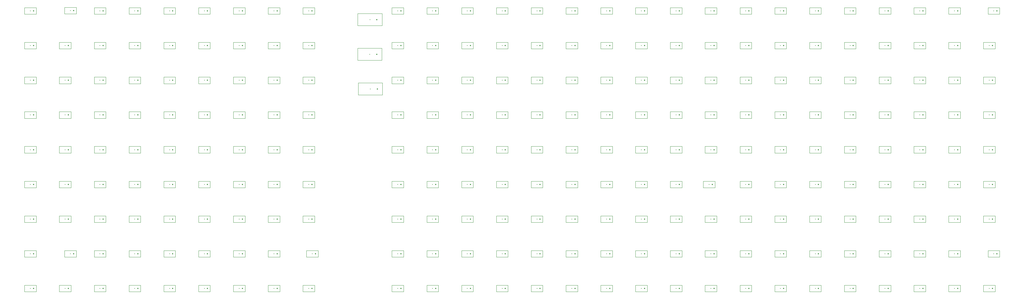
<source format=gbr>
%TF.GenerationSoftware,KiCad,Pcbnew,9.0.3*%
%TF.CreationDate,2025-07-14T16:49:41+02:00*%
%TF.ProjectId,9x9+9x18Module,3978392b-3978-4313-984d-6f64756c652e,rev?*%
%TF.SameCoordinates,Original*%
%TF.FileFunction,Component,L2,Bot*%
%TF.FilePolarity,Positive*%
%FSLAX46Y46*%
G04 Gerber Fmt 4.6, Leading zero omitted, Abs format (unit mm)*
G04 Created by KiCad (PCBNEW 9.0.3) date 2025-07-14 16:49:41*
%MOMM*%
%LPD*%
G01*
G04 APERTURE LIST*
%TA.AperFunction,ComponentMain*%
%ADD10C,0.300000*%
%TD*%
%TA.AperFunction,ComponentOutline,Courtyard*%
%ADD11C,0.100000*%
%TD*%
%TA.AperFunction,ComponentPin*%
%ADD12P,0.360000X4X0.000000*%
%TD*%
%TA.AperFunction,ComponentPin*%
%ADD13C,0.100000*%
%TD*%
G04 APERTURE END LIST*
D10*
%TO.C,R168*%
%TO.CFtp,R_0805_2012Metric*%
%TO.CVal,100R*%
%TO.CLbN,Resistor_SMD*%
%TO.CMnt,SMD*%
%TO.CRot,0*%
X264540000Y-63200000D03*
D11*
X266215000Y-62255000D02*
X266215000Y-64145000D01*
X262865000Y-64145000D01*
X262865000Y-62255000D01*
X266215000Y-62255000D01*
D12*
%TO.P,R168,1*%
X265452500Y-63200000D03*
D13*
%TO.P,R168,2*%
X263627500Y-63200000D03*
%TD*%
D10*
%TO.C,D82*%
%TO.CFtp,D_SMA*%
%TO.CVal,US2MA*%
%TO.CLbN,Diode_SMD*%
%TO.CMnt,SMD*%
%TO.CRot,0*%
X116640000Y-45700000D03*
D11*
X120135000Y-43955000D02*
X120135000Y-47445000D01*
X113145000Y-47445000D01*
X113145000Y-43955000D01*
X120135000Y-43955000D01*
D12*
%TO.P,D82,1,K*%
X118640000Y-45700000D03*
D13*
%TO.P,D82,2,A*%
X114640000Y-45700000D03*
%TD*%
D10*
%TO.C,R30*%
%TO.CFtp,R_0805_2012Metric*%
%TO.CVal,100R*%
%TO.CLbN,Resistor_SMD*%
%TO.CMnt,SMD*%
%TO.CRot,0*%
X38952500Y-53200000D03*
D11*
X40627500Y-52255000D02*
X40627500Y-54145000D01*
X37277500Y-54145000D01*
X37277500Y-52255000D01*
X40627500Y-52255000D01*
D12*
%TO.P,R30,1*%
X39865000Y-53200000D03*
D13*
%TO.P,R30,2*%
X38040000Y-53200000D03*
%TD*%
D10*
%TO.C,R138*%
%TO.CFtp,R_0805_2012Metric*%
%TO.CVal,100R*%
%TO.CLbN,Resistor_SMD*%
%TO.CMnt,SMD*%
%TO.CRot,0*%
X144540000Y-53200000D03*
D11*
X146215000Y-52255000D02*
X146215000Y-54145000D01*
X142865000Y-54145000D01*
X142865000Y-52255000D01*
X146215000Y-52255000D01*
D12*
%TO.P,R138,1*%
X145452500Y-53200000D03*
D13*
%TO.P,R138,2*%
X143627500Y-53200000D03*
%TD*%
D10*
%TO.C,R98*%
%TO.CFtp,R_0805_2012Metric*%
%TO.CVal,100R*%
%TO.CLbN,Resistor_SMD*%
%TO.CMnt,SMD*%
%TO.CRot,0*%
X284540000Y-23200000D03*
D11*
X286215000Y-22255000D02*
X286215000Y-24145000D01*
X282865000Y-24145000D01*
X282865000Y-22255000D01*
X286215000Y-22255000D01*
D12*
%TO.P,R98,1*%
X285452500Y-23200000D03*
D13*
%TO.P,R98,2*%
X283627500Y-23200000D03*
%TD*%
D10*
%TO.C,R222*%
%TO.CFtp,R_0805_2012Metric*%
%TO.CVal,100R*%
%TO.CLbN,Resistor_SMD*%
%TO.CMnt,SMD*%
%TO.CRot,0*%
X264540000Y-93200000D03*
D11*
X266215000Y-92255000D02*
X266215000Y-94145000D01*
X262865000Y-94145000D01*
X262865000Y-92255000D01*
X266215000Y-92255000D01*
D12*
%TO.P,R222,1*%
X265452500Y-93200000D03*
D13*
%TO.P,R222,2*%
X263627500Y-93200000D03*
%TD*%
D10*
%TO.C,R106*%
%TO.CFtp,R_0805_2012Metric*%
%TO.CVal,100R*%
%TO.CLbN,Resistor_SMD*%
%TO.CMnt,SMD*%
%TO.CRot,0*%
X184540000Y-33200000D03*
D11*
X186215000Y-32255000D02*
X186215000Y-34145000D01*
X182865000Y-34145000D01*
X182865000Y-32255000D01*
X186215000Y-32255000D01*
D12*
%TO.P,R106,1*%
X185452500Y-33200000D03*
D13*
%TO.P,R106,2*%
X183627500Y-33200000D03*
%TD*%
D10*
%TO.C,R198*%
%TO.CFtp,R_0805_2012Metric*%
%TO.CVal,100R*%
%TO.CLbN,Resistor_SMD*%
%TO.CMnt,SMD*%
%TO.CRot,0*%
X204540000Y-83200000D03*
D11*
X206215000Y-82255000D02*
X206215000Y-84145000D01*
X202865000Y-84145000D01*
X202865000Y-82255000D01*
X206215000Y-82255000D01*
D12*
%TO.P,R198,1*%
X205452500Y-83200000D03*
D13*
%TO.P,R198,2*%
X203627500Y-83200000D03*
%TD*%
D10*
%TO.C,R217*%
%TO.CFtp,R_0805_2012Metric*%
%TO.CVal,100R*%
%TO.CLbN,Resistor_SMD*%
%TO.CMnt,SMD*%
%TO.CRot,0*%
X214540000Y-93200000D03*
D11*
X216215000Y-92255000D02*
X216215000Y-94145000D01*
X212865000Y-94145000D01*
X212865000Y-92255000D01*
X216215000Y-92255000D01*
D12*
%TO.P,R217,1*%
X215452500Y-93200000D03*
D13*
%TO.P,R217,2*%
X213627500Y-93200000D03*
%TD*%
D10*
%TO.C,R72*%
%TO.CFtp,R_0805_2012Metric*%
%TO.CVal,100R*%
%TO.CLbN,Resistor_SMD*%
%TO.CMnt,SMD*%
%TO.CRot,0*%
X99952500Y-93200000D03*
D11*
X101627500Y-92255000D02*
X101627500Y-94145000D01*
X98277500Y-94145000D01*
X98277500Y-92255000D01*
X101627500Y-92255000D01*
D12*
%TO.P,R72,1*%
X100865000Y-93200000D03*
D13*
%TO.P,R72,2*%
X99040000Y-93200000D03*
%TD*%
D10*
%TO.C,R39*%
%TO.CFtp,R_0805_2012Metric*%
%TO.CVal,100R*%
%TO.CLbN,Resistor_SMD*%
%TO.CMnt,SMD*%
%TO.CRot,0*%
X38952500Y-63200000D03*
D11*
X40627500Y-62255000D02*
X40627500Y-64145000D01*
X37277500Y-64145000D01*
X37277500Y-62255000D01*
X40627500Y-62255000D01*
D12*
%TO.P,R39,1*%
X39865000Y-63200000D03*
D13*
%TO.P,R39,2*%
X38040000Y-63200000D03*
%TD*%
D10*
%TO.C,R232*%
%TO.CFtp,R_0805_2012Metric*%
%TO.CVal,100R*%
%TO.CLbN,Resistor_SMD*%
%TO.CMnt,SMD*%
%TO.CRot,0*%
X184540000Y-103200000D03*
D11*
X186215000Y-102255000D02*
X186215000Y-104145000D01*
X182865000Y-104145000D01*
X182865000Y-102255000D01*
X186215000Y-102255000D01*
D12*
%TO.P,R232,1*%
X185452500Y-103200000D03*
D13*
%TO.P,R232,2*%
X183627500Y-103200000D03*
%TD*%
D10*
%TO.C,R208*%
%TO.CFtp,R_0805_2012Metric*%
%TO.CVal,100R*%
%TO.CLbN,Resistor_SMD*%
%TO.CMnt,SMD*%
%TO.CRot,0*%
X124540000Y-93200000D03*
D11*
X126215000Y-92255000D02*
X126215000Y-94145000D01*
X122865000Y-94145000D01*
X122865000Y-92255000D01*
X126215000Y-92255000D01*
D12*
%TO.P,R208,1*%
X125452500Y-93200000D03*
D13*
%TO.P,R208,2*%
X123627500Y-93200000D03*
%TD*%
D10*
%TO.C,R84*%
%TO.CFtp,R_0805_2012Metric*%
%TO.CVal,100R*%
%TO.CLbN,Resistor_SMD*%
%TO.CMnt,SMD*%
%TO.CRot,0*%
X144540000Y-23200000D03*
D11*
X146215000Y-22255000D02*
X146215000Y-24145000D01*
X142865000Y-24145000D01*
X142865000Y-22255000D01*
X146215000Y-22255000D01*
D12*
%TO.P,R84,1*%
X145452500Y-23200000D03*
D13*
%TO.P,R84,2*%
X143627500Y-23200000D03*
%TD*%
D10*
%TO.C,R129*%
%TO.CFtp,R_0805_2012Metric*%
%TO.CVal,100R*%
%TO.CLbN,Resistor_SMD*%
%TO.CMnt,SMD*%
%TO.CRot,0*%
X234540000Y-43200000D03*
D11*
X236215000Y-42255000D02*
X236215000Y-44145000D01*
X232865000Y-44145000D01*
X232865000Y-42255000D01*
X236215000Y-42255000D01*
D12*
%TO.P,R129,1*%
X235452500Y-43200000D03*
D13*
%TO.P,R129,2*%
X233627500Y-43200000D03*
%TD*%
D10*
%TO.C,R11*%
%TO.CFtp,R_0805_2012Metric*%
%TO.CVal,100R*%
%TO.CLbN,Resistor_SMD*%
%TO.CMnt,SMD*%
%TO.CRot,0*%
X28952500Y-33200000D03*
D11*
X30627500Y-32255000D02*
X30627500Y-34145000D01*
X27277500Y-34145000D01*
X27277500Y-32255000D01*
X30627500Y-32255000D01*
D12*
%TO.P,R11,1*%
X29865000Y-33200000D03*
D13*
%TO.P,R11,2*%
X28040000Y-33200000D03*
%TD*%
D10*
%TO.C,R117*%
%TO.CFtp,R_0805_2012Metric*%
%TO.CVal,100R*%
%TO.CLbN,Resistor_SMD*%
%TO.CMnt,SMD*%
%TO.CRot,0*%
X294540000Y-33200000D03*
D11*
X296215000Y-32255000D02*
X296215000Y-34145000D01*
X292865000Y-34145000D01*
X292865000Y-32255000D01*
X296215000Y-32255000D01*
D12*
%TO.P,R117,1*%
X295452500Y-33200000D03*
D13*
%TO.P,R117,2*%
X293627500Y-33200000D03*
%TD*%
D10*
%TO.C,R171*%
%TO.CFtp,R_0805_2012Metric*%
%TO.CVal,100R*%
%TO.CLbN,Resistor_SMD*%
%TO.CMnt,SMD*%
%TO.CRot,0*%
X294540000Y-63200000D03*
D11*
X296215000Y-62255000D02*
X296215000Y-64145000D01*
X292865000Y-64145000D01*
X292865000Y-62255000D01*
X296215000Y-62255000D01*
D12*
%TO.P,R171,1*%
X295452500Y-63200000D03*
D13*
%TO.P,R171,2*%
X293627500Y-63200000D03*
%TD*%
D10*
%TO.C,R37*%
%TO.CFtp,R_0805_2012Metric*%
%TO.CVal,100R*%
%TO.CLbN,Resistor_SMD*%
%TO.CMnt,SMD*%
%TO.CRot,0*%
X18952500Y-63200000D03*
D11*
X20627500Y-62255000D02*
X20627500Y-64145000D01*
X17277500Y-64145000D01*
X17277500Y-62255000D01*
X20627500Y-62255000D01*
D12*
%TO.P,R37,1*%
X19865000Y-63200000D03*
D13*
%TO.P,R37,2*%
X18040000Y-63200000D03*
%TD*%
D10*
%TO.C,R100*%
%TO.CFtp,R_0805_2012Metric*%
%TO.CVal,100R*%
%TO.CLbN,Resistor_SMD*%
%TO.CMnt,SMD*%
%TO.CRot,0*%
X124540000Y-33200000D03*
D11*
X126215000Y-32255000D02*
X126215000Y-34145000D01*
X122865000Y-34145000D01*
X122865000Y-32255000D01*
X126215000Y-32255000D01*
D12*
%TO.P,R100,1*%
X125452500Y-33200000D03*
D13*
%TO.P,R100,2*%
X123627500Y-33200000D03*
%TD*%
D10*
%TO.C,R59*%
%TO.CFtp,R_0805_2012Metric*%
%TO.CVal,100R*%
%TO.CLbN,Resistor_SMD*%
%TO.CMnt,SMD*%
%TO.CRot,0*%
X58952500Y-83200000D03*
D11*
X60627500Y-82255000D02*
X60627500Y-84145000D01*
X57277500Y-84145000D01*
X57277500Y-82255000D01*
X60627500Y-82255000D01*
D12*
%TO.P,R59,1*%
X59865000Y-83200000D03*
D13*
%TO.P,R59,2*%
X58040000Y-83200000D03*
%TD*%
D10*
%TO.C,R123*%
%TO.CFtp,R_0805_2012Metric*%
%TO.CVal,100R*%
%TO.CLbN,Resistor_SMD*%
%TO.CMnt,SMD*%
%TO.CRot,0*%
X174540000Y-43200000D03*
D11*
X176215000Y-42255000D02*
X176215000Y-44145000D01*
X172865000Y-44145000D01*
X172865000Y-42255000D01*
X176215000Y-42255000D01*
D12*
%TO.P,R123,1*%
X175452500Y-43200000D03*
D13*
%TO.P,R123,2*%
X173627500Y-43200000D03*
%TD*%
D10*
%TO.C,R130*%
%TO.CFtp,R_0805_2012Metric*%
%TO.CVal,100R*%
%TO.CLbN,Resistor_SMD*%
%TO.CMnt,SMD*%
%TO.CRot,0*%
X244540000Y-43200000D03*
D11*
X246215000Y-42255000D02*
X246215000Y-44145000D01*
X242865000Y-44145000D01*
X242865000Y-42255000D01*
X246215000Y-42255000D01*
D12*
%TO.P,R130,1*%
X245452500Y-43200000D03*
D13*
%TO.P,R130,2*%
X243627500Y-43200000D03*
%TD*%
D10*
%TO.C,R223*%
%TO.CFtp,R_0805_2012Metric*%
%TO.CVal,100R*%
%TO.CLbN,Resistor_SMD*%
%TO.CMnt,SMD*%
%TO.CRot,0*%
X274540000Y-93200000D03*
D11*
X276215000Y-92255000D02*
X276215000Y-94145000D01*
X272865000Y-94145000D01*
X272865000Y-92255000D01*
X276215000Y-92255000D01*
D12*
%TO.P,R223,1*%
X275452500Y-93200000D03*
D13*
%TO.P,R223,2*%
X273627500Y-93200000D03*
%TD*%
D10*
%TO.C,R29*%
%TO.CFtp,R_0805_2012Metric*%
%TO.CVal,100R*%
%TO.CLbN,Resistor_SMD*%
%TO.CMnt,SMD*%
%TO.CRot,0*%
X28952500Y-53200000D03*
D11*
X30627500Y-52255000D02*
X30627500Y-54145000D01*
X27277500Y-54145000D01*
X27277500Y-52255000D01*
X30627500Y-52255000D01*
D12*
%TO.P,R29,1*%
X29865000Y-53200000D03*
D13*
%TO.P,R29,2*%
X28040000Y-53200000D03*
%TD*%
D10*
%TO.C,R94*%
%TO.CFtp,R_0805_2012Metric*%
%TO.CVal,100R*%
%TO.CLbN,Resistor_SMD*%
%TO.CMnt,SMD*%
%TO.CRot,0*%
X244540000Y-23200000D03*
D11*
X246215000Y-22255000D02*
X246215000Y-24145000D01*
X242865000Y-24145000D01*
X242865000Y-22255000D01*
X246215000Y-22255000D01*
D12*
%TO.P,R94,1*%
X245452500Y-23200000D03*
D13*
%TO.P,R94,2*%
X243627500Y-23200000D03*
%TD*%
D10*
%TO.C,R63*%
%TO.CFtp,R_0805_2012Metric*%
%TO.CVal,100R*%
%TO.CLbN,Resistor_SMD*%
%TO.CMnt,SMD*%
%TO.CRot,0*%
X98952500Y-83200000D03*
D11*
X100627500Y-82255000D02*
X100627500Y-84145000D01*
X97277500Y-84145000D01*
X97277500Y-82255000D01*
X100627500Y-82255000D01*
D12*
%TO.P,R63,1*%
X99865000Y-83200000D03*
D13*
%TO.P,R63,2*%
X98040000Y-83200000D03*
%TD*%
D10*
%TO.C,R97*%
%TO.CFtp,R_0805_2012Metric*%
%TO.CVal,100R*%
%TO.CLbN,Resistor_SMD*%
%TO.CMnt,SMD*%
%TO.CRot,0*%
X274540000Y-23200000D03*
D11*
X276215000Y-22255000D02*
X276215000Y-24145000D01*
X272865000Y-24145000D01*
X272865000Y-22255000D01*
X276215000Y-22255000D01*
D12*
%TO.P,R97,1*%
X275452500Y-23200000D03*
D13*
%TO.P,R97,2*%
X273627500Y-23200000D03*
%TD*%
D10*
%TO.C,R61*%
%TO.CFtp,R_0805_2012Metric*%
%TO.CVal,100R*%
%TO.CLbN,Resistor_SMD*%
%TO.CMnt,SMD*%
%TO.CRot,0*%
X78952500Y-83200000D03*
D11*
X80627500Y-82255000D02*
X80627500Y-84145000D01*
X77277500Y-84145000D01*
X77277500Y-82255000D01*
X80627500Y-82255000D01*
D12*
%TO.P,R61,1*%
X79865000Y-83200000D03*
D13*
%TO.P,R61,2*%
X78040000Y-83200000D03*
%TD*%
D10*
%TO.C,R158*%
%TO.CFtp,R_0805_2012Metric*%
%TO.CVal,100R*%
%TO.CLbN,Resistor_SMD*%
%TO.CMnt,SMD*%
%TO.CRot,0*%
X164540000Y-63200000D03*
D11*
X166215000Y-62255000D02*
X166215000Y-64145000D01*
X162865000Y-64145000D01*
X162865000Y-62255000D01*
X166215000Y-62255000D01*
D12*
%TO.P,R158,1*%
X165452500Y-63200000D03*
D13*
%TO.P,R158,2*%
X163627500Y-63200000D03*
%TD*%
D10*
%TO.C,R149*%
%TO.CFtp,R_0805_2012Metric*%
%TO.CVal,100R*%
%TO.CLbN,Resistor_SMD*%
%TO.CMnt,SMD*%
%TO.CRot,0*%
X254540000Y-53200000D03*
D11*
X256215000Y-52255000D02*
X256215000Y-54145000D01*
X252865000Y-54145000D01*
X252865000Y-52255000D01*
X256215000Y-52255000D01*
D12*
%TO.P,R149,1*%
X255452500Y-53200000D03*
D13*
%TO.P,R149,2*%
X253627500Y-53200000D03*
%TD*%
D10*
%TO.C,R5*%
%TO.CFtp,R_0805_2012Metric*%
%TO.CVal,100R*%
%TO.CLbN,Resistor_SMD*%
%TO.CMnt,SMD*%
%TO.CRot,0*%
X58952500Y-23200000D03*
D11*
X60627500Y-22255000D02*
X60627500Y-24145000D01*
X57277500Y-24145000D01*
X57277500Y-22255000D01*
X60627500Y-22255000D01*
D12*
%TO.P,R5,1*%
X59865000Y-23200000D03*
D13*
%TO.P,R5,2*%
X58040000Y-23200000D03*
%TD*%
D10*
%TO.C,R127*%
%TO.CFtp,R_0805_2012Metric*%
%TO.CVal,100R*%
%TO.CLbN,Resistor_SMD*%
%TO.CMnt,SMD*%
%TO.CRot,0*%
X214540000Y-43200000D03*
D11*
X216215000Y-42255000D02*
X216215000Y-44145000D01*
X212865000Y-44145000D01*
X212865000Y-42255000D01*
X216215000Y-42255000D01*
D12*
%TO.P,R127,1*%
X215452500Y-43200000D03*
D13*
%TO.P,R127,2*%
X213627500Y-43200000D03*
%TD*%
D10*
%TO.C,R80*%
%TO.CFtp,R_0805_2012Metric*%
%TO.CVal,100R*%
%TO.CLbN,Resistor_SMD*%
%TO.CMnt,SMD*%
%TO.CRot,0*%
X88952500Y-103200000D03*
D11*
X90627500Y-102255000D02*
X90627500Y-104145000D01*
X87277500Y-104145000D01*
X87277500Y-102255000D01*
X90627500Y-102255000D01*
D12*
%TO.P,R80,1*%
X89865000Y-103200000D03*
D13*
%TO.P,R80,2*%
X88040000Y-103200000D03*
%TD*%
D10*
%TO.C,R231*%
%TO.CFtp,R_0805_2012Metric*%
%TO.CVal,100R*%
%TO.CLbN,Resistor_SMD*%
%TO.CMnt,SMD*%
%TO.CRot,0*%
X174540000Y-103200000D03*
D11*
X176215000Y-102255000D02*
X176215000Y-104145000D01*
X172865000Y-104145000D01*
X172865000Y-102255000D01*
X176215000Y-102255000D01*
D12*
%TO.P,R231,1*%
X175452500Y-103200000D03*
D13*
%TO.P,R231,2*%
X173627500Y-103200000D03*
%TD*%
D10*
%TO.C,R75*%
%TO.CFtp,R_0805_2012Metric*%
%TO.CVal,100R*%
%TO.CLbN,Resistor_SMD*%
%TO.CMnt,SMD*%
%TO.CRot,0*%
X38952500Y-103200000D03*
D11*
X40627500Y-102255000D02*
X40627500Y-104145000D01*
X37277500Y-104145000D01*
X37277500Y-102255000D01*
X40627500Y-102255000D01*
D12*
%TO.P,R75,1*%
X39865000Y-103200000D03*
D13*
%TO.P,R75,2*%
X38040000Y-103200000D03*
%TD*%
D10*
%TO.C,R227*%
%TO.CFtp,R_0805_2012Metric*%
%TO.CVal,100R*%
%TO.CLbN,Resistor_SMD*%
%TO.CMnt,SMD*%
%TO.CRot,0*%
X134540000Y-103200000D03*
D11*
X136215000Y-102255000D02*
X136215000Y-104145000D01*
X132865000Y-104145000D01*
X132865000Y-102255000D01*
X136215000Y-102255000D01*
D12*
%TO.P,R227,1*%
X135452500Y-103200000D03*
D13*
%TO.P,R227,2*%
X133627500Y-103200000D03*
%TD*%
D10*
%TO.C,R226*%
%TO.CFtp,R_0805_2012Metric*%
%TO.CVal,100R*%
%TO.CLbN,Resistor_SMD*%
%TO.CMnt,SMD*%
%TO.CRot,0*%
X124540000Y-103200000D03*
D11*
X126215000Y-102255000D02*
X126215000Y-104145000D01*
X122865000Y-104145000D01*
X122865000Y-102255000D01*
X126215000Y-102255000D01*
D12*
%TO.P,R226,1*%
X125452500Y-103200000D03*
D13*
%TO.P,R226,2*%
X123627500Y-103200000D03*
%TD*%
D10*
%TO.C,R1*%
%TO.CFtp,R_0805_2012Metric*%
%TO.CVal,100R*%
%TO.CLbN,Resistor_SMD*%
%TO.CMnt,SMD*%
%TO.CRot,0*%
X18952500Y-23200000D03*
D11*
X20627500Y-22255000D02*
X20627500Y-24145000D01*
X17277500Y-24145000D01*
X17277500Y-22255000D01*
X20627500Y-22255000D01*
D12*
%TO.P,R1,1*%
X19865000Y-23200000D03*
D13*
%TO.P,R1,2*%
X18040000Y-23200000D03*
%TD*%
D10*
%TO.C,R112*%
%TO.CFtp,R_0805_2012Metric*%
%TO.CVal,100R*%
%TO.CLbN,Resistor_SMD*%
%TO.CMnt,SMD*%
%TO.CRot,0*%
X244540000Y-33200000D03*
D11*
X246215000Y-32255000D02*
X246215000Y-34145000D01*
X242865000Y-34145000D01*
X242865000Y-32255000D01*
X246215000Y-32255000D01*
D12*
%TO.P,R112,1*%
X245452500Y-33200000D03*
D13*
%TO.P,R112,2*%
X243627500Y-33200000D03*
%TD*%
D10*
%TO.C,R234*%
%TO.CFtp,R_0805_2012Metric*%
%TO.CVal,100R*%
%TO.CLbN,Resistor_SMD*%
%TO.CMnt,SMD*%
%TO.CRot,0*%
X204540000Y-103200000D03*
D11*
X206215000Y-102255000D02*
X206215000Y-104145000D01*
X202865000Y-104145000D01*
X202865000Y-102255000D01*
X206215000Y-102255000D01*
D12*
%TO.P,R234,1*%
X205452500Y-103200000D03*
D13*
%TO.P,R234,2*%
X203627500Y-103200000D03*
%TD*%
D10*
%TO.C,R142*%
%TO.CFtp,R_0805_2012Metric*%
%TO.CVal,100R*%
%TO.CLbN,Resistor_SMD*%
%TO.CMnt,SMD*%
%TO.CRot,0*%
X184540000Y-53200000D03*
D11*
X186215000Y-52255000D02*
X186215000Y-54145000D01*
X182865000Y-54145000D01*
X182865000Y-52255000D01*
X186215000Y-52255000D01*
D12*
%TO.P,R142,1*%
X185452500Y-53200000D03*
D13*
%TO.P,R142,2*%
X183627500Y-53200000D03*
%TD*%
D10*
%TO.C,R180*%
%TO.CFtp,R_0805_2012Metric*%
%TO.CVal,100R*%
%TO.CLbN,Resistor_SMD*%
%TO.CMnt,SMD*%
%TO.CRot,0*%
X204540000Y-73200000D03*
D11*
X206215000Y-72255000D02*
X206215000Y-74145000D01*
X202865000Y-74145000D01*
X202865000Y-72255000D01*
X206215000Y-72255000D01*
D12*
%TO.P,R180,1*%
X205452500Y-73200000D03*
D13*
%TO.P,R180,2*%
X203627500Y-73200000D03*
%TD*%
D10*
%TO.C,R195*%
%TO.CFtp,R_0805_2012Metric*%
%TO.CVal,100R*%
%TO.CLbN,Resistor_SMD*%
%TO.CMnt,SMD*%
%TO.CRot,0*%
X174540000Y-83200000D03*
D11*
X176215000Y-82255000D02*
X176215000Y-84145000D01*
X172865000Y-84145000D01*
X172865000Y-82255000D01*
X176215000Y-82255000D01*
D12*
%TO.P,R195,1*%
X175452500Y-83200000D03*
D13*
%TO.P,R195,2*%
X173627500Y-83200000D03*
%TD*%
D10*
%TO.C,R43*%
%TO.CFtp,R_0805_2012Metric*%
%TO.CVal,100R*%
%TO.CLbN,Resistor_SMD*%
%TO.CMnt,SMD*%
%TO.CRot,0*%
X78952500Y-63200000D03*
D11*
X80627500Y-62255000D02*
X80627500Y-64145000D01*
X77277500Y-64145000D01*
X77277500Y-62255000D01*
X80627500Y-62255000D01*
D12*
%TO.P,R43,1*%
X79865000Y-63200000D03*
D13*
%TO.P,R43,2*%
X78040000Y-63200000D03*
%TD*%
D10*
%TO.C,R67*%
%TO.CFtp,R_0805_2012Metric*%
%TO.CVal,100R*%
%TO.CLbN,Resistor_SMD*%
%TO.CMnt,SMD*%
%TO.CRot,0*%
X48952500Y-93200000D03*
D11*
X50627500Y-92255000D02*
X50627500Y-94145000D01*
X47277500Y-94145000D01*
X47277500Y-92255000D01*
X50627500Y-92255000D01*
D12*
%TO.P,R67,1*%
X49865000Y-93200000D03*
D13*
%TO.P,R67,2*%
X48040000Y-93200000D03*
%TD*%
D10*
%TO.C,R146*%
%TO.CFtp,R_0805_2012Metric*%
%TO.CVal,100R*%
%TO.CLbN,Resistor_SMD*%
%TO.CMnt,SMD*%
%TO.CRot,0*%
X224540000Y-53200000D03*
D11*
X226215000Y-52255000D02*
X226215000Y-54145000D01*
X222865000Y-54145000D01*
X222865000Y-52255000D01*
X226215000Y-52255000D01*
D12*
%TO.P,R146,1*%
X225452500Y-53200000D03*
D13*
%TO.P,R146,2*%
X223627500Y-53200000D03*
%TD*%
D10*
%TO.C,R143*%
%TO.CFtp,R_0805_2012Metric*%
%TO.CVal,100R*%
%TO.CLbN,Resistor_SMD*%
%TO.CMnt,SMD*%
%TO.CRot,0*%
X194540000Y-53200000D03*
D11*
X196215000Y-52255000D02*
X196215000Y-54145000D01*
X192865000Y-54145000D01*
X192865000Y-52255000D01*
X196215000Y-52255000D01*
D12*
%TO.P,R143,1*%
X195452500Y-53200000D03*
D13*
%TO.P,R143,2*%
X193627500Y-53200000D03*
%TD*%
D10*
%TO.C,R41*%
%TO.CFtp,R_0805_2012Metric*%
%TO.CVal,100R*%
%TO.CLbN,Resistor_SMD*%
%TO.CMnt,SMD*%
%TO.CRot,0*%
X58952500Y-63200000D03*
D11*
X60627500Y-62255000D02*
X60627500Y-64145000D01*
X57277500Y-64145000D01*
X57277500Y-62255000D01*
X60627500Y-62255000D01*
D12*
%TO.P,R41,1*%
X59865000Y-63200000D03*
D13*
%TO.P,R41,2*%
X58040000Y-63200000D03*
%TD*%
D10*
%TO.C,R229*%
%TO.CFtp,R_0805_2012Metric*%
%TO.CVal,100R*%
%TO.CLbN,Resistor_SMD*%
%TO.CMnt,SMD*%
%TO.CRot,0*%
X154540000Y-103200000D03*
D11*
X156215000Y-102255000D02*
X156215000Y-104145000D01*
X152865000Y-104145000D01*
X152865000Y-102255000D01*
X156215000Y-102255000D01*
D12*
%TO.P,R229,1*%
X155452500Y-103200000D03*
D13*
%TO.P,R229,2*%
X153627500Y-103200000D03*
%TD*%
D10*
%TO.C,R103*%
%TO.CFtp,R_0805_2012Metric*%
%TO.CVal,100R*%
%TO.CLbN,Resistor_SMD*%
%TO.CMnt,SMD*%
%TO.CRot,0*%
X154540000Y-33200000D03*
D11*
X156215000Y-32255000D02*
X156215000Y-34145000D01*
X152865000Y-34145000D01*
X152865000Y-32255000D01*
X156215000Y-32255000D01*
D12*
%TO.P,R103,1*%
X155452500Y-33200000D03*
D13*
%TO.P,R103,2*%
X153627500Y-33200000D03*
%TD*%
D10*
%TO.C,R86*%
%TO.CFtp,R_0805_2012Metric*%
%TO.CVal,100R*%
%TO.CLbN,Resistor_SMD*%
%TO.CMnt,SMD*%
%TO.CRot,0*%
X164540000Y-23200000D03*
D11*
X166215000Y-22255000D02*
X166215000Y-24145000D01*
X162865000Y-24145000D01*
X162865000Y-22255000D01*
X166215000Y-22255000D01*
D12*
%TO.P,R86,1*%
X165452500Y-23200000D03*
D13*
%TO.P,R86,2*%
X163627500Y-23200000D03*
%TD*%
D10*
%TO.C,R76*%
%TO.CFtp,R_0805_2012Metric*%
%TO.CVal,100R*%
%TO.CLbN,Resistor_SMD*%
%TO.CMnt,SMD*%
%TO.CRot,0*%
X48952500Y-103200000D03*
D11*
X50627500Y-102255000D02*
X50627500Y-104145000D01*
X47277500Y-104145000D01*
X47277500Y-102255000D01*
X50627500Y-102255000D01*
D12*
%TO.P,R76,1*%
X49865000Y-103200000D03*
D13*
%TO.P,R76,2*%
X48040000Y-103200000D03*
%TD*%
D10*
%TO.C,R14*%
%TO.CFtp,R_0805_2012Metric*%
%TO.CVal,100R*%
%TO.CLbN,Resistor_SMD*%
%TO.CMnt,SMD*%
%TO.CRot,0*%
X58952500Y-33200000D03*
D11*
X60627500Y-32255000D02*
X60627500Y-34145000D01*
X57277500Y-34145000D01*
X57277500Y-32255000D01*
X60627500Y-32255000D01*
D12*
%TO.P,R14,1*%
X59865000Y-33200000D03*
D13*
%TO.P,R14,2*%
X58040000Y-33200000D03*
%TD*%
D10*
%TO.C,R136*%
%TO.CFtp,R_0805_2012Metric*%
%TO.CVal,100R*%
%TO.CLbN,Resistor_SMD*%
%TO.CMnt,SMD*%
%TO.CRot,0*%
X124540000Y-53200000D03*
D11*
X126215000Y-52255000D02*
X126215000Y-54145000D01*
X122865000Y-54145000D01*
X122865000Y-52255000D01*
X126215000Y-52255000D01*
D12*
%TO.P,R136,1*%
X125452500Y-53200000D03*
D13*
%TO.P,R136,2*%
X123627500Y-53200000D03*
%TD*%
D10*
%TO.C,R121*%
%TO.CFtp,R_0805_2012Metric*%
%TO.CVal,100R*%
%TO.CLbN,Resistor_SMD*%
%TO.CMnt,SMD*%
%TO.CRot,0*%
X154540000Y-43200000D03*
D11*
X156215000Y-42255000D02*
X156215000Y-44145000D01*
X152865000Y-44145000D01*
X152865000Y-42255000D01*
X156215000Y-42255000D01*
D12*
%TO.P,R121,1*%
X155452500Y-43200000D03*
D13*
%TO.P,R121,2*%
X153627500Y-43200000D03*
%TD*%
D10*
%TO.C,R162*%
%TO.CFtp,R_0805_2012Metric*%
%TO.CVal,100R*%
%TO.CLbN,Resistor_SMD*%
%TO.CMnt,SMD*%
%TO.CRot,0*%
X204540000Y-63200000D03*
D11*
X206215000Y-62255000D02*
X206215000Y-64145000D01*
X202865000Y-64145000D01*
X202865000Y-62255000D01*
X206215000Y-62255000D01*
D12*
%TO.P,R162,1*%
X205452500Y-63200000D03*
D13*
%TO.P,R162,2*%
X203627500Y-63200000D03*
%TD*%
D10*
%TO.C,R190*%
%TO.CFtp,R_0805_2012Metric*%
%TO.CVal,100R*%
%TO.CLbN,Resistor_SMD*%
%TO.CMnt,SMD*%
%TO.CRot,0*%
X124540000Y-83200000D03*
D11*
X126215000Y-82255000D02*
X126215000Y-84145000D01*
X122865000Y-84145000D01*
X122865000Y-82255000D01*
X126215000Y-82255000D01*
D12*
%TO.P,R190,1*%
X125452500Y-83200000D03*
D13*
%TO.P,R190,2*%
X123627500Y-83200000D03*
%TD*%
D10*
%TO.C,R206*%
%TO.CFtp,R_0805_2012Metric*%
%TO.CVal,100R*%
%TO.CLbN,Resistor_SMD*%
%TO.CMnt,SMD*%
%TO.CRot,0*%
X284540000Y-83200000D03*
D11*
X286215000Y-82255000D02*
X286215000Y-84145000D01*
X282865000Y-84145000D01*
X282865000Y-82255000D01*
X286215000Y-82255000D01*
D12*
%TO.P,R206,1*%
X285452500Y-83200000D03*
D13*
%TO.P,R206,2*%
X283627500Y-83200000D03*
%TD*%
D10*
%TO.C,R207*%
%TO.CFtp,R_0805_2012Metric*%
%TO.CVal,100R*%
%TO.CLbN,Resistor_SMD*%
%TO.CMnt,SMD*%
%TO.CRot,0*%
X294540000Y-83200000D03*
D11*
X296215000Y-82255000D02*
X296215000Y-84145000D01*
X292865000Y-84145000D01*
X292865000Y-82255000D01*
X296215000Y-82255000D01*
D12*
%TO.P,R207,1*%
X295452500Y-83200000D03*
D13*
%TO.P,R207,2*%
X293627500Y-83200000D03*
%TD*%
D10*
%TO.C,R56*%
%TO.CFtp,R_0805_2012Metric*%
%TO.CVal,100R*%
%TO.CLbN,Resistor_SMD*%
%TO.CMnt,SMD*%
%TO.CRot,0*%
X28952500Y-83200000D03*
D11*
X30627500Y-82255000D02*
X30627500Y-84145000D01*
X27277500Y-84145000D01*
X27277500Y-82255000D01*
X30627500Y-82255000D01*
D12*
%TO.P,R56,1*%
X29865000Y-83200000D03*
D13*
%TO.P,R56,2*%
X28040000Y-83200000D03*
%TD*%
D10*
%TO.C,R82*%
%TO.CFtp,R_0805_2012Metric*%
%TO.CVal,100R*%
%TO.CLbN,Resistor_SMD*%
%TO.CMnt,SMD*%
%TO.CRot,0*%
X124540000Y-23200000D03*
D11*
X126215000Y-22255000D02*
X126215000Y-24145000D01*
X122865000Y-24145000D01*
X122865000Y-22255000D01*
X126215000Y-22255000D01*
D12*
%TO.P,R82,1*%
X125452500Y-23200000D03*
D13*
%TO.P,R82,2*%
X123627500Y-23200000D03*
%TD*%
D10*
%TO.C,R148*%
%TO.CFtp,R_0805_2012Metric*%
%TO.CVal,100R*%
%TO.CLbN,Resistor_SMD*%
%TO.CMnt,SMD*%
%TO.CRot,0*%
X244540000Y-53200000D03*
D11*
X246215000Y-52255000D02*
X246215000Y-54145000D01*
X242865000Y-54145000D01*
X242865000Y-52255000D01*
X246215000Y-52255000D01*
D12*
%TO.P,R148,1*%
X245452500Y-53200000D03*
D13*
%TO.P,R148,2*%
X243627500Y-53200000D03*
%TD*%
D10*
%TO.C,R181*%
%TO.CFtp,R_0805_2012Metric*%
%TO.CVal,100R*%
%TO.CLbN,Resistor_SMD*%
%TO.CMnt,SMD*%
%TO.CRot,0*%
X213990000Y-73200000D03*
D11*
X215665000Y-72255000D02*
X215665000Y-74145000D01*
X212315000Y-74145000D01*
X212315000Y-72255000D01*
X215665000Y-72255000D01*
D12*
%TO.P,R181,1*%
X214902500Y-73200000D03*
D13*
%TO.P,R181,2*%
X213077500Y-73200000D03*
%TD*%
D10*
%TO.C,R197*%
%TO.CFtp,R_0805_2012Metric*%
%TO.CVal,100R*%
%TO.CLbN,Resistor_SMD*%
%TO.CMnt,SMD*%
%TO.CRot,0*%
X194540000Y-83200000D03*
D11*
X196215000Y-82255000D02*
X196215000Y-84145000D01*
X192865000Y-84145000D01*
X192865000Y-82255000D01*
X196215000Y-82255000D01*
D12*
%TO.P,R197,1*%
X195452500Y-83200000D03*
D13*
%TO.P,R197,2*%
X193627500Y-83200000D03*
%TD*%
D10*
%TO.C,R134*%
%TO.CFtp,R_0805_2012Metric*%
%TO.CVal,100R*%
%TO.CLbN,Resistor_SMD*%
%TO.CMnt,SMD*%
%TO.CRot,0*%
X284540000Y-43200000D03*
D11*
X286215000Y-42255000D02*
X286215000Y-44145000D01*
X282865000Y-44145000D01*
X282865000Y-42255000D01*
X286215000Y-42255000D01*
D12*
%TO.P,R134,1*%
X285452500Y-43200000D03*
D13*
%TO.P,R134,2*%
X283627500Y-43200000D03*
%TD*%
D10*
%TO.C,R78*%
%TO.CFtp,R_0805_2012Metric*%
%TO.CVal,100R*%
%TO.CLbN,Resistor_SMD*%
%TO.CMnt,SMD*%
%TO.CRot,0*%
X68952500Y-103200000D03*
D11*
X70627500Y-102255000D02*
X70627500Y-104145000D01*
X67277500Y-104145000D01*
X67277500Y-102255000D01*
X70627500Y-102255000D01*
D12*
%TO.P,R78,1*%
X69865000Y-103200000D03*
D13*
%TO.P,R78,2*%
X68040000Y-103200000D03*
%TD*%
D10*
%TO.C,R224*%
%TO.CFtp,R_0805_2012Metric*%
%TO.CVal,100R*%
%TO.CLbN,Resistor_SMD*%
%TO.CMnt,SMD*%
%TO.CRot,0*%
X284540000Y-93200000D03*
D11*
X286215000Y-92255000D02*
X286215000Y-94145000D01*
X282865000Y-94145000D01*
X282865000Y-92255000D01*
X286215000Y-92255000D01*
D12*
%TO.P,R224,1*%
X285452500Y-93200000D03*
D13*
%TO.P,R224,2*%
X283627500Y-93200000D03*
%TD*%
D10*
%TO.C,R51*%
%TO.CFtp,R_0805_2012Metric*%
%TO.CVal,100R*%
%TO.CLbN,Resistor_SMD*%
%TO.CMnt,SMD*%
%TO.CRot,0*%
X68952500Y-73200000D03*
D11*
X70627500Y-72255000D02*
X70627500Y-74145000D01*
X67277500Y-74145000D01*
X67277500Y-72255000D01*
X70627500Y-72255000D01*
D12*
%TO.P,R51,1*%
X69865000Y-73200000D03*
D13*
%TO.P,R51,2*%
X68040000Y-73200000D03*
%TD*%
D10*
%TO.C,R34*%
%TO.CFtp,R_0805_2012Metric*%
%TO.CVal,100R*%
%TO.CLbN,Resistor_SMD*%
%TO.CMnt,SMD*%
%TO.CRot,0*%
X78952500Y-53200000D03*
D11*
X80627500Y-52255000D02*
X80627500Y-54145000D01*
X77277500Y-54145000D01*
X77277500Y-52255000D01*
X80627500Y-52255000D01*
D12*
%TO.P,R34,1*%
X79865000Y-53200000D03*
D13*
%TO.P,R34,2*%
X78040000Y-53200000D03*
%TD*%
D10*
%TO.C,R57*%
%TO.CFtp,R_0805_2012Metric*%
%TO.CVal,100R*%
%TO.CLbN,Resistor_SMD*%
%TO.CMnt,SMD*%
%TO.CRot,0*%
X38952500Y-83200000D03*
D11*
X40627500Y-82255000D02*
X40627500Y-84145000D01*
X37277500Y-84145000D01*
X37277500Y-82255000D01*
X40627500Y-82255000D01*
D12*
%TO.P,R57,1*%
X39865000Y-83200000D03*
D13*
%TO.P,R57,2*%
X38040000Y-83200000D03*
%TD*%
D10*
%TO.C,R65*%
%TO.CFtp,R_0805_2012Metric*%
%TO.CVal,100R*%
%TO.CLbN,Resistor_SMD*%
%TO.CMnt,SMD*%
%TO.CRot,0*%
X30440000Y-93200000D03*
D11*
X32115000Y-92255000D02*
X32115000Y-94145000D01*
X28765000Y-94145000D01*
X28765000Y-92255000D01*
X32115000Y-92255000D01*
D12*
%TO.P,R65,1*%
X31352500Y-93200000D03*
D13*
%TO.P,R65,2*%
X29527500Y-93200000D03*
%TD*%
D10*
%TO.C,R19*%
%TO.CFtp,R_0805_2012Metric*%
%TO.CVal,100R*%
%TO.CLbN,Resistor_SMD*%
%TO.CMnt,SMD*%
%TO.CRot,0*%
X18952500Y-43200000D03*
D11*
X20627500Y-42255000D02*
X20627500Y-44145000D01*
X17277500Y-44145000D01*
X17277500Y-42255000D01*
X20627500Y-42255000D01*
D12*
%TO.P,R19,1*%
X19865000Y-43200000D03*
D13*
%TO.P,R19,2*%
X18040000Y-43200000D03*
%TD*%
D10*
%TO.C,R238*%
%TO.CFtp,R_0805_2012Metric*%
%TO.CVal,100R*%
%TO.CLbN,Resistor_SMD*%
%TO.CMnt,SMD*%
%TO.CRot,0*%
X244540000Y-103200000D03*
D11*
X246215000Y-102255000D02*
X246215000Y-104145000D01*
X242865000Y-104145000D01*
X242865000Y-102255000D01*
X246215000Y-102255000D01*
D12*
%TO.P,R238,1*%
X245452500Y-103200000D03*
D13*
%TO.P,R238,2*%
X243627500Y-103200000D03*
%TD*%
D10*
%TO.C,R15*%
%TO.CFtp,R_0805_2012Metric*%
%TO.CVal,100R*%
%TO.CLbN,Resistor_SMD*%
%TO.CMnt,SMD*%
%TO.CRot,0*%
X68952500Y-33200000D03*
D11*
X70627500Y-32255000D02*
X70627500Y-34145000D01*
X67277500Y-34145000D01*
X67277500Y-32255000D01*
X70627500Y-32255000D01*
D12*
%TO.P,R15,1*%
X69865000Y-33200000D03*
D13*
%TO.P,R15,2*%
X68040000Y-33200000D03*
%TD*%
D10*
%TO.C,R186*%
%TO.CFtp,R_0805_2012Metric*%
%TO.CVal,100R*%
%TO.CLbN,Resistor_SMD*%
%TO.CMnt,SMD*%
%TO.CRot,0*%
X264540000Y-73200000D03*
D11*
X266215000Y-72255000D02*
X266215000Y-74145000D01*
X262865000Y-74145000D01*
X262865000Y-72255000D01*
X266215000Y-72255000D01*
D12*
%TO.P,R186,1*%
X265452500Y-73200000D03*
D13*
%TO.P,R186,2*%
X263627500Y-73200000D03*
%TD*%
D10*
%TO.C,R161*%
%TO.CFtp,R_0805_2012Metric*%
%TO.CVal,100R*%
%TO.CLbN,Resistor_SMD*%
%TO.CMnt,SMD*%
%TO.CRot,0*%
X194540000Y-63200000D03*
D11*
X196215000Y-62255000D02*
X196215000Y-64145000D01*
X192865000Y-64145000D01*
X192865000Y-62255000D01*
X196215000Y-62255000D01*
D12*
%TO.P,R161,1*%
X195452500Y-63200000D03*
D13*
%TO.P,R161,2*%
X193627500Y-63200000D03*
%TD*%
D10*
%TO.C,R3*%
%TO.CFtp,R_0805_2012Metric*%
%TO.CVal,100R*%
%TO.CLbN,Resistor_SMD*%
%TO.CMnt,SMD*%
%TO.CRot,0*%
X38952500Y-23200000D03*
D11*
X40627500Y-22255000D02*
X40627500Y-24145000D01*
X37277500Y-24145000D01*
X37277500Y-22255000D01*
X40627500Y-22255000D01*
D12*
%TO.P,R3,1*%
X39865000Y-23200000D03*
D13*
%TO.P,R3,2*%
X38040000Y-23200000D03*
%TD*%
D10*
%TO.C,R170*%
%TO.CFtp,R_0805_2012Metric*%
%TO.CVal,100R*%
%TO.CLbN,Resistor_SMD*%
%TO.CMnt,SMD*%
%TO.CRot,0*%
X284540000Y-63200000D03*
D11*
X286215000Y-62255000D02*
X286215000Y-64145000D01*
X282865000Y-64145000D01*
X282865000Y-62255000D01*
X286215000Y-62255000D01*
D12*
%TO.P,R170,1*%
X285452500Y-63200000D03*
D13*
%TO.P,R170,2*%
X283627500Y-63200000D03*
%TD*%
D10*
%TO.C,R2*%
%TO.CFtp,R_0805_2012Metric*%
%TO.CVal,100R*%
%TO.CLbN,Resistor_SMD*%
%TO.CMnt,SMD*%
%TO.CRot,0*%
X30440000Y-23100000D03*
D11*
X32115000Y-22155000D02*
X32115000Y-24045000D01*
X28765000Y-24045000D01*
X28765000Y-22155000D01*
X32115000Y-22155000D01*
D12*
%TO.P,R2,1*%
X31352500Y-23100000D03*
D13*
%TO.P,R2,2*%
X29527500Y-23100000D03*
%TD*%
D10*
%TO.C,R164*%
%TO.CFtp,R_0805_2012Metric*%
%TO.CVal,100R*%
%TO.CLbN,Resistor_SMD*%
%TO.CMnt,SMD*%
%TO.CRot,0*%
X224540000Y-63200000D03*
D11*
X226215000Y-62255000D02*
X226215000Y-64145000D01*
X222865000Y-64145000D01*
X222865000Y-62255000D01*
X226215000Y-62255000D01*
D12*
%TO.P,R164,1*%
X225452500Y-63200000D03*
D13*
%TO.P,R164,2*%
X223627500Y-63200000D03*
%TD*%
D10*
%TO.C,R79*%
%TO.CFtp,R_0805_2012Metric*%
%TO.CVal,100R*%
%TO.CLbN,Resistor_SMD*%
%TO.CMnt,SMD*%
%TO.CRot,0*%
X78952500Y-103200000D03*
D11*
X80627500Y-102255000D02*
X80627500Y-104145000D01*
X77277500Y-104145000D01*
X77277500Y-102255000D01*
X80627500Y-102255000D01*
D12*
%TO.P,R79,1*%
X79865000Y-103200000D03*
D13*
%TO.P,R79,2*%
X78040000Y-103200000D03*
%TD*%
D10*
%TO.C,R135*%
%TO.CFtp,R_0805_2012Metric*%
%TO.CVal,100R*%
%TO.CLbN,Resistor_SMD*%
%TO.CMnt,SMD*%
%TO.CRot,0*%
X294540000Y-43200000D03*
D11*
X296215000Y-42255000D02*
X296215000Y-44145000D01*
X292865000Y-44145000D01*
X292865000Y-42255000D01*
X296215000Y-42255000D01*
D12*
%TO.P,R135,1*%
X295452500Y-43200000D03*
D13*
%TO.P,R135,2*%
X293627500Y-43200000D03*
%TD*%
D10*
%TO.C,R203*%
%TO.CFtp,R_0805_2012Metric*%
%TO.CVal,100R*%
%TO.CLbN,Resistor_SMD*%
%TO.CMnt,SMD*%
%TO.CRot,0*%
X254540000Y-83200000D03*
D11*
X256215000Y-82255000D02*
X256215000Y-84145000D01*
X252865000Y-84145000D01*
X252865000Y-82255000D01*
X256215000Y-82255000D01*
D12*
%TO.P,R203,1*%
X255452500Y-83200000D03*
D13*
%TO.P,R203,2*%
X253627500Y-83200000D03*
%TD*%
D10*
%TO.C,R102*%
%TO.CFtp,R_0805_2012Metric*%
%TO.CVal,100R*%
%TO.CLbN,Resistor_SMD*%
%TO.CMnt,SMD*%
%TO.CRot,0*%
X144540000Y-33200000D03*
D11*
X146215000Y-32255000D02*
X146215000Y-34145000D01*
X142865000Y-34145000D01*
X142865000Y-32255000D01*
X146215000Y-32255000D01*
D12*
%TO.P,R102,1*%
X145452500Y-33200000D03*
D13*
%TO.P,R102,2*%
X143627500Y-33200000D03*
%TD*%
D10*
%TO.C,R87*%
%TO.CFtp,R_0805_2012Metric*%
%TO.CVal,100R*%
%TO.CLbN,Resistor_SMD*%
%TO.CMnt,SMD*%
%TO.CRot,0*%
X174540000Y-23200000D03*
D11*
X176215000Y-22255000D02*
X176215000Y-24145000D01*
X172865000Y-24145000D01*
X172865000Y-22255000D01*
X176215000Y-22255000D01*
D12*
%TO.P,R87,1*%
X175452500Y-23200000D03*
D13*
%TO.P,R87,2*%
X173627500Y-23200000D03*
%TD*%
D10*
%TO.C,R218*%
%TO.CFtp,R_0805_2012Metric*%
%TO.CVal,100R*%
%TO.CLbN,Resistor_SMD*%
%TO.CMnt,SMD*%
%TO.CRot,0*%
X224540000Y-93200000D03*
D11*
X226215000Y-92255000D02*
X226215000Y-94145000D01*
X222865000Y-94145000D01*
X222865000Y-92255000D01*
X226215000Y-92255000D01*
D12*
%TO.P,R218,1*%
X225452500Y-93200000D03*
D13*
%TO.P,R218,2*%
X223627500Y-93200000D03*
%TD*%
D10*
%TO.C,R219*%
%TO.CFtp,R_0805_2012Metric*%
%TO.CVal,100R*%
%TO.CLbN,Resistor_SMD*%
%TO.CMnt,SMD*%
%TO.CRot,0*%
X234540000Y-93200000D03*
D11*
X236215000Y-92255000D02*
X236215000Y-94145000D01*
X232865000Y-94145000D01*
X232865000Y-92255000D01*
X236215000Y-92255000D01*
D12*
%TO.P,R219,1*%
X235452500Y-93200000D03*
D13*
%TO.P,R219,2*%
X233627500Y-93200000D03*
%TD*%
D10*
%TO.C,R150*%
%TO.CFtp,R_0805_2012Metric*%
%TO.CVal,100R*%
%TO.CLbN,Resistor_SMD*%
%TO.CMnt,SMD*%
%TO.CRot,0*%
X264540000Y-53200000D03*
D11*
X266215000Y-52255000D02*
X266215000Y-54145000D01*
X262865000Y-54145000D01*
X262865000Y-52255000D01*
X266215000Y-52255000D01*
D12*
%TO.P,R150,1*%
X265452500Y-53200000D03*
D13*
%TO.P,R150,2*%
X263627500Y-53200000D03*
%TD*%
D10*
%TO.C,R166*%
%TO.CFtp,R_0805_2012Metric*%
%TO.CVal,100R*%
%TO.CLbN,Resistor_SMD*%
%TO.CMnt,SMD*%
%TO.CRot,0*%
X244540000Y-63200000D03*
D11*
X246215000Y-62255000D02*
X246215000Y-64145000D01*
X242865000Y-64145000D01*
X242865000Y-62255000D01*
X246215000Y-62255000D01*
D12*
%TO.P,R166,1*%
X245452500Y-63200000D03*
D13*
%TO.P,R166,2*%
X243627500Y-63200000D03*
%TD*%
D10*
%TO.C,R92*%
%TO.CFtp,R_0805_2012Metric*%
%TO.CVal,100R*%
%TO.CLbN,Resistor_SMD*%
%TO.CMnt,SMD*%
%TO.CRot,0*%
X224540000Y-23200000D03*
D11*
X226215000Y-22255000D02*
X226215000Y-24145000D01*
X222865000Y-24145000D01*
X222865000Y-22255000D01*
X226215000Y-22255000D01*
D12*
%TO.P,R92,1*%
X225452500Y-23200000D03*
D13*
%TO.P,R92,2*%
X223627500Y-23200000D03*
%TD*%
D10*
%TO.C,R64*%
%TO.CFtp,R_0805_2012Metric*%
%TO.CVal,100R*%
%TO.CLbN,Resistor_SMD*%
%TO.CMnt,SMD*%
%TO.CRot,0*%
X18952500Y-93200000D03*
D11*
X20627500Y-92255000D02*
X20627500Y-94145000D01*
X17277500Y-94145000D01*
X17277500Y-92255000D01*
X20627500Y-92255000D01*
D12*
%TO.P,R64,1*%
X19865000Y-93200000D03*
D13*
%TO.P,R64,2*%
X18040000Y-93200000D03*
%TD*%
D10*
%TO.C,R172*%
%TO.CFtp,R_0805_2012Metric*%
%TO.CVal,100R*%
%TO.CLbN,Resistor_SMD*%
%TO.CMnt,SMD*%
%TO.CRot,0*%
X124540000Y-73200000D03*
D11*
X126215000Y-72255000D02*
X126215000Y-74145000D01*
X122865000Y-74145000D01*
X122865000Y-72255000D01*
X126215000Y-72255000D01*
D12*
%TO.P,R172,1*%
X125452500Y-73200000D03*
D13*
%TO.P,R172,2*%
X123627500Y-73200000D03*
%TD*%
D10*
%TO.C,R184*%
%TO.CFtp,R_0805_2012Metric*%
%TO.CVal,100R*%
%TO.CLbN,Resistor_SMD*%
%TO.CMnt,SMD*%
%TO.CRot,0*%
X244540000Y-73200000D03*
D11*
X246215000Y-72255000D02*
X246215000Y-74145000D01*
X242865000Y-74145000D01*
X242865000Y-72255000D01*
X246215000Y-72255000D01*
D12*
%TO.P,R184,1*%
X245452500Y-73200000D03*
D13*
%TO.P,R184,2*%
X243627500Y-73200000D03*
%TD*%
D10*
%TO.C,R31*%
%TO.CFtp,R_0805_2012Metric*%
%TO.CVal,100R*%
%TO.CLbN,Resistor_SMD*%
%TO.CMnt,SMD*%
%TO.CRot,0*%
X48952500Y-53200000D03*
D11*
X50627500Y-52255000D02*
X50627500Y-54145000D01*
X47277500Y-54145000D01*
X47277500Y-52255000D01*
X50627500Y-52255000D01*
D12*
%TO.P,R31,1*%
X49865000Y-53200000D03*
D13*
%TO.P,R31,2*%
X48040000Y-53200000D03*
%TD*%
D10*
%TO.C,R174*%
%TO.CFtp,R_0805_2012Metric*%
%TO.CVal,100R*%
%TO.CLbN,Resistor_SMD*%
%TO.CMnt,SMD*%
%TO.CRot,0*%
X144540000Y-73200000D03*
D11*
X146215000Y-72255000D02*
X146215000Y-74145000D01*
X142865000Y-74145000D01*
X142865000Y-72255000D01*
X146215000Y-72255000D01*
D12*
%TO.P,R174,1*%
X145452500Y-73200000D03*
D13*
%TO.P,R174,2*%
X143627500Y-73200000D03*
%TD*%
D10*
%TO.C,R62*%
%TO.CFtp,R_0805_2012Metric*%
%TO.CVal,100R*%
%TO.CLbN,Resistor_SMD*%
%TO.CMnt,SMD*%
%TO.CRot,0*%
X88952500Y-83200000D03*
D11*
X90627500Y-82255000D02*
X90627500Y-84145000D01*
X87277500Y-84145000D01*
X87277500Y-82255000D01*
X90627500Y-82255000D01*
D12*
%TO.P,R62,1*%
X89865000Y-83200000D03*
D13*
%TO.P,R62,2*%
X88040000Y-83200000D03*
%TD*%
D10*
%TO.C,R73*%
%TO.CFtp,R_0805_2012Metric*%
%TO.CVal,100R*%
%TO.CLbN,Resistor_SMD*%
%TO.CMnt,SMD*%
%TO.CRot,0*%
X18952500Y-103200000D03*
D11*
X20627500Y-102255000D02*
X20627500Y-104145000D01*
X17277500Y-104145000D01*
X17277500Y-102255000D01*
X20627500Y-102255000D01*
D12*
%TO.P,R73,1*%
X19865000Y-103200000D03*
D13*
%TO.P,R73,2*%
X18040000Y-103200000D03*
%TD*%
D10*
%TO.C,R235*%
%TO.CFtp,R_0805_2012Metric*%
%TO.CVal,100R*%
%TO.CLbN,Resistor_SMD*%
%TO.CMnt,SMD*%
%TO.CRot,0*%
X214540000Y-103200000D03*
D11*
X216215000Y-102255000D02*
X216215000Y-104145000D01*
X212865000Y-104145000D01*
X212865000Y-102255000D01*
X216215000Y-102255000D01*
D12*
%TO.P,R235,1*%
X215452500Y-103200000D03*
D13*
%TO.P,R235,2*%
X213627500Y-103200000D03*
%TD*%
D10*
%TO.C,R179*%
%TO.CFtp,R_0805_2012Metric*%
%TO.CVal,100R*%
%TO.CLbN,Resistor_SMD*%
%TO.CMnt,SMD*%
%TO.CRot,0*%
X194540000Y-73200000D03*
D11*
X196215000Y-72255000D02*
X196215000Y-74145000D01*
X192865000Y-74145000D01*
X192865000Y-72255000D01*
X196215000Y-72255000D01*
D12*
%TO.P,R179,1*%
X195452500Y-73200000D03*
D13*
%TO.P,R179,2*%
X193627500Y-73200000D03*
%TD*%
D10*
%TO.C,R36*%
%TO.CFtp,R_0805_2012Metric*%
%TO.CVal,100R*%
%TO.CLbN,Resistor_SMD*%
%TO.CMnt,SMD*%
%TO.CRot,0*%
X98952500Y-53200000D03*
D11*
X100627500Y-52255000D02*
X100627500Y-54145000D01*
X97277500Y-54145000D01*
X97277500Y-52255000D01*
X100627500Y-52255000D01*
D12*
%TO.P,R36,1*%
X99865000Y-53200000D03*
D13*
%TO.P,R36,2*%
X98040000Y-53200000D03*
%TD*%
D10*
%TO.C,R88*%
%TO.CFtp,R_0805_2012Metric*%
%TO.CVal,100R*%
%TO.CLbN,Resistor_SMD*%
%TO.CMnt,SMD*%
%TO.CRot,0*%
X184540000Y-23200000D03*
D11*
X186215000Y-22255000D02*
X186215000Y-24145000D01*
X182865000Y-24145000D01*
X182865000Y-22255000D01*
X186215000Y-22255000D01*
D12*
%TO.P,R88,1*%
X185452500Y-23200000D03*
D13*
%TO.P,R88,2*%
X183627500Y-23200000D03*
%TD*%
D10*
%TO.C,R33*%
%TO.CFtp,R_0805_2012Metric*%
%TO.CVal,100R*%
%TO.CLbN,Resistor_SMD*%
%TO.CMnt,SMD*%
%TO.CRot,0*%
X68952500Y-53200000D03*
D11*
X70627500Y-52255000D02*
X70627500Y-54145000D01*
X67277500Y-54145000D01*
X67277500Y-52255000D01*
X70627500Y-52255000D01*
D12*
%TO.P,R33,1*%
X69865000Y-53200000D03*
D13*
%TO.P,R33,2*%
X68040000Y-53200000D03*
%TD*%
D10*
%TO.C,R53*%
%TO.CFtp,R_0805_2012Metric*%
%TO.CVal,100R*%
%TO.CLbN,Resistor_SMD*%
%TO.CMnt,SMD*%
%TO.CRot,0*%
X88952500Y-73200000D03*
D11*
X90627500Y-72255000D02*
X90627500Y-74145000D01*
X87277500Y-74145000D01*
X87277500Y-72255000D01*
X90627500Y-72255000D01*
D12*
%TO.P,R53,1*%
X89865000Y-73200000D03*
D13*
%TO.P,R53,2*%
X88040000Y-73200000D03*
%TD*%
D10*
%TO.C,R210*%
%TO.CFtp,R_0805_2012Metric*%
%TO.CVal,100R*%
%TO.CLbN,Resistor_SMD*%
%TO.CMnt,SMD*%
%TO.CRot,0*%
X144540000Y-93200000D03*
D11*
X146215000Y-92255000D02*
X146215000Y-94145000D01*
X142865000Y-94145000D01*
X142865000Y-92255000D01*
X146215000Y-92255000D01*
D12*
%TO.P,R210,1*%
X145452500Y-93200000D03*
D13*
%TO.P,R210,2*%
X143627500Y-93200000D03*
%TD*%
D10*
%TO.C,R209*%
%TO.CFtp,R_0805_2012Metric*%
%TO.CVal,100R*%
%TO.CLbN,Resistor_SMD*%
%TO.CMnt,SMD*%
%TO.CRot,0*%
X134540000Y-93200000D03*
D11*
X136215000Y-92255000D02*
X136215000Y-94145000D01*
X132865000Y-94145000D01*
X132865000Y-92255000D01*
X136215000Y-92255000D01*
D12*
%TO.P,R209,1*%
X135452500Y-93200000D03*
D13*
%TO.P,R209,2*%
X133627500Y-93200000D03*
%TD*%
D10*
%TO.C,R96*%
%TO.CFtp,R_0805_2012Metric*%
%TO.CVal,100R*%
%TO.CLbN,Resistor_SMD*%
%TO.CMnt,SMD*%
%TO.CRot,0*%
X264540000Y-23200000D03*
D11*
X266215000Y-22255000D02*
X266215000Y-24145000D01*
X262865000Y-24145000D01*
X262865000Y-22255000D01*
X266215000Y-22255000D01*
D12*
%TO.P,R96,1*%
X265452500Y-23200000D03*
D13*
%TO.P,R96,2*%
X263627500Y-23200000D03*
%TD*%
D10*
%TO.C,R185*%
%TO.CFtp,R_0805_2012Metric*%
%TO.CVal,100R*%
%TO.CLbN,Resistor_SMD*%
%TO.CMnt,SMD*%
%TO.CRot,0*%
X254540000Y-73200000D03*
D11*
X256215000Y-72255000D02*
X256215000Y-74145000D01*
X252865000Y-74145000D01*
X252865000Y-72255000D01*
X256215000Y-72255000D01*
D12*
%TO.P,R185,1*%
X255452500Y-73200000D03*
D13*
%TO.P,R185,2*%
X253627500Y-73200000D03*
%TD*%
D10*
%TO.C,R115*%
%TO.CFtp,R_0805_2012Metric*%
%TO.CVal,100R*%
%TO.CLbN,Resistor_SMD*%
%TO.CMnt,SMD*%
%TO.CRot,0*%
X274540000Y-33200000D03*
D11*
X276215000Y-32255000D02*
X276215000Y-34145000D01*
X272865000Y-34145000D01*
X272865000Y-32255000D01*
X276215000Y-32255000D01*
D12*
%TO.P,R115,1*%
X275452500Y-33200000D03*
D13*
%TO.P,R115,2*%
X273627500Y-33200000D03*
%TD*%
D10*
%TO.C,R243*%
%TO.CFtp,R_0805_2012Metric*%
%TO.CVal,100R*%
%TO.CLbN,Resistor_SMD*%
%TO.CMnt,SMD*%
%TO.CRot,0*%
X294540000Y-103200000D03*
D11*
X296215000Y-102255000D02*
X296215000Y-104145000D01*
X292865000Y-104145000D01*
X292865000Y-102255000D01*
X296215000Y-102255000D01*
D12*
%TO.P,R243,1*%
X295452500Y-103200000D03*
D13*
%TO.P,R243,2*%
X293627500Y-103200000D03*
%TD*%
D10*
%TO.C,R60*%
%TO.CFtp,R_0805_2012Metric*%
%TO.CVal,100R*%
%TO.CLbN,Resistor_SMD*%
%TO.CMnt,SMD*%
%TO.CRot,0*%
X68952500Y-83200000D03*
D11*
X70627500Y-82255000D02*
X70627500Y-84145000D01*
X67277500Y-84145000D01*
X67277500Y-82255000D01*
X70627500Y-82255000D01*
D12*
%TO.P,R60,1*%
X69865000Y-83200000D03*
D13*
%TO.P,R60,2*%
X68040000Y-83200000D03*
%TD*%
D10*
%TO.C,R17*%
%TO.CFtp,R_0805_2012Metric*%
%TO.CVal,100R*%
%TO.CLbN,Resistor_SMD*%
%TO.CMnt,SMD*%
%TO.CRot,0*%
X88952500Y-33200000D03*
D11*
X90627500Y-32255000D02*
X90627500Y-34145000D01*
X87277500Y-34145000D01*
X87277500Y-32255000D01*
X90627500Y-32255000D01*
D12*
%TO.P,R17,1*%
X89865000Y-33200000D03*
D13*
%TO.P,R17,2*%
X88040000Y-33200000D03*
%TD*%
D10*
%TO.C,R10*%
%TO.CFtp,R_0805_2012Metric*%
%TO.CVal,100R*%
%TO.CLbN,Resistor_SMD*%
%TO.CMnt,SMD*%
%TO.CRot,0*%
X18952500Y-33200000D03*
D11*
X20627500Y-32255000D02*
X20627500Y-34145000D01*
X17277500Y-34145000D01*
X17277500Y-32255000D01*
X20627500Y-32255000D01*
D12*
%TO.P,R10,1*%
X19865000Y-33200000D03*
D13*
%TO.P,R10,2*%
X18040000Y-33200000D03*
%TD*%
D10*
%TO.C,R55*%
%TO.CFtp,R_0805_2012Metric*%
%TO.CVal,100R*%
%TO.CLbN,Resistor_SMD*%
%TO.CMnt,SMD*%
%TO.CRot,0*%
X18952500Y-83200000D03*
D11*
X20627500Y-82255000D02*
X20627500Y-84145000D01*
X17277500Y-84145000D01*
X17277500Y-82255000D01*
X20627500Y-82255000D01*
D12*
%TO.P,R55,1*%
X19865000Y-83200000D03*
D13*
%TO.P,R55,2*%
X18040000Y-83200000D03*
%TD*%
D10*
%TO.C,R68*%
%TO.CFtp,R_0805_2012Metric*%
%TO.CVal,100R*%
%TO.CLbN,Resistor_SMD*%
%TO.CMnt,SMD*%
%TO.CRot,0*%
X58952500Y-93200000D03*
D11*
X60627500Y-92255000D02*
X60627500Y-94145000D01*
X57277500Y-94145000D01*
X57277500Y-92255000D01*
X60627500Y-92255000D01*
D12*
%TO.P,R68,1*%
X59865000Y-93200000D03*
D13*
%TO.P,R68,2*%
X58040000Y-93200000D03*
%TD*%
D10*
%TO.C,R212*%
%TO.CFtp,R_0805_2012Metric*%
%TO.CVal,100R*%
%TO.CLbN,Resistor_SMD*%
%TO.CMnt,SMD*%
%TO.CRot,0*%
X164540000Y-93200000D03*
D11*
X166215000Y-92255000D02*
X166215000Y-94145000D01*
X162865000Y-94145000D01*
X162865000Y-92255000D01*
X166215000Y-92255000D01*
D12*
%TO.P,R212,1*%
X165452500Y-93200000D03*
D13*
%TO.P,R212,2*%
X163627500Y-93200000D03*
%TD*%
D10*
%TO.C,R9*%
%TO.CFtp,R_0805_2012Metric*%
%TO.CVal,100R*%
%TO.CLbN,Resistor_SMD*%
%TO.CMnt,SMD*%
%TO.CRot,0*%
X98952500Y-23200000D03*
D11*
X100627500Y-22255000D02*
X100627500Y-24145000D01*
X97277500Y-24145000D01*
X97277500Y-22255000D01*
X100627500Y-22255000D01*
D12*
%TO.P,R9,1*%
X99865000Y-23200000D03*
D13*
%TO.P,R9,2*%
X98040000Y-23200000D03*
%TD*%
D10*
%TO.C,R12*%
%TO.CFtp,R_0805_2012Metric*%
%TO.CVal,100R*%
%TO.CLbN,Resistor_SMD*%
%TO.CMnt,SMD*%
%TO.CRot,0*%
X38952500Y-33200000D03*
D11*
X40627500Y-32255000D02*
X40627500Y-34145000D01*
X37277500Y-34145000D01*
X37277500Y-32255000D01*
X40627500Y-32255000D01*
D12*
%TO.P,R12,1*%
X39865000Y-33200000D03*
D13*
%TO.P,R12,2*%
X38040000Y-33200000D03*
%TD*%
D10*
%TO.C,R125*%
%TO.CFtp,R_0805_2012Metric*%
%TO.CVal,100R*%
%TO.CLbN,Resistor_SMD*%
%TO.CMnt,SMD*%
%TO.CRot,0*%
X194540000Y-43200000D03*
D11*
X196215000Y-42255000D02*
X196215000Y-44145000D01*
X192865000Y-44145000D01*
X192865000Y-42255000D01*
X196215000Y-42255000D01*
D12*
%TO.P,R125,1*%
X195452500Y-43200000D03*
D13*
%TO.P,R125,2*%
X193627500Y-43200000D03*
%TD*%
D10*
%TO.C,R35*%
%TO.CFtp,R_0805_2012Metric*%
%TO.CVal,100R*%
%TO.CLbN,Resistor_SMD*%
%TO.CMnt,SMD*%
%TO.CRot,0*%
X88952500Y-53200000D03*
D11*
X90627500Y-52255000D02*
X90627500Y-54145000D01*
X87277500Y-54145000D01*
X87277500Y-52255000D01*
X90627500Y-52255000D01*
D12*
%TO.P,R35,1*%
X89865000Y-53200000D03*
D13*
%TO.P,R35,2*%
X88040000Y-53200000D03*
%TD*%
D10*
%TO.C,R48*%
%TO.CFtp,R_0805_2012Metric*%
%TO.CVal,100R*%
%TO.CLbN,Resistor_SMD*%
%TO.CMnt,SMD*%
%TO.CRot,0*%
X38952500Y-73200000D03*
D11*
X40627500Y-72255000D02*
X40627500Y-74145000D01*
X37277500Y-74145000D01*
X37277500Y-72255000D01*
X40627500Y-72255000D01*
D12*
%TO.P,R48,1*%
X39865000Y-73200000D03*
D13*
%TO.P,R48,2*%
X38040000Y-73200000D03*
%TD*%
D10*
%TO.C,R119*%
%TO.CFtp,R_0805_2012Metric*%
%TO.CVal,100R*%
%TO.CLbN,Resistor_SMD*%
%TO.CMnt,SMD*%
%TO.CRot,0*%
X134540000Y-43200000D03*
D11*
X136215000Y-42255000D02*
X136215000Y-44145000D01*
X132865000Y-44145000D01*
X132865000Y-42255000D01*
X136215000Y-42255000D01*
D12*
%TO.P,R119,1*%
X135452500Y-43200000D03*
D13*
%TO.P,R119,2*%
X133627500Y-43200000D03*
%TD*%
D10*
%TO.C,R69*%
%TO.CFtp,R_0805_2012Metric*%
%TO.CVal,100R*%
%TO.CLbN,Resistor_SMD*%
%TO.CMnt,SMD*%
%TO.CRot,0*%
X68952500Y-93200000D03*
D11*
X70627500Y-92255000D02*
X70627500Y-94145000D01*
X67277500Y-94145000D01*
X67277500Y-92255000D01*
X70627500Y-92255000D01*
D12*
%TO.P,R69,1*%
X69865000Y-93200000D03*
D13*
%TO.P,R69,2*%
X68040000Y-93200000D03*
%TD*%
D10*
%TO.C,R24*%
%TO.CFtp,R_0805_2012Metric*%
%TO.CVal,100R*%
%TO.CLbN,Resistor_SMD*%
%TO.CMnt,SMD*%
%TO.CRot,0*%
X68952500Y-43200000D03*
D11*
X70627500Y-42255000D02*
X70627500Y-44145000D01*
X67277500Y-44145000D01*
X67277500Y-42255000D01*
X70627500Y-42255000D01*
D12*
%TO.P,R24,1*%
X69865000Y-43200000D03*
D13*
%TO.P,R24,2*%
X68040000Y-43200000D03*
%TD*%
D10*
%TO.C,R27*%
%TO.CFtp,R_0805_2012Metric*%
%TO.CVal,100R*%
%TO.CLbN,Resistor_SMD*%
%TO.CMnt,SMD*%
%TO.CRot,0*%
X98952500Y-43200000D03*
D11*
X100627500Y-42255000D02*
X100627500Y-44145000D01*
X97277500Y-44145000D01*
X97277500Y-42255000D01*
X100627500Y-42255000D01*
D12*
%TO.P,R27,1*%
X99865000Y-43200000D03*
D13*
%TO.P,R27,2*%
X98040000Y-43200000D03*
%TD*%
D10*
%TO.C,R163*%
%TO.CFtp,R_0805_2012Metric*%
%TO.CVal,100R*%
%TO.CLbN,Resistor_SMD*%
%TO.CMnt,SMD*%
%TO.CRot,0*%
X214540000Y-63200000D03*
D11*
X216215000Y-62255000D02*
X216215000Y-64145000D01*
X212865000Y-64145000D01*
X212865000Y-62255000D01*
X216215000Y-62255000D01*
D12*
%TO.P,R163,1*%
X215452500Y-63200000D03*
D13*
%TO.P,R163,2*%
X213627500Y-63200000D03*
%TD*%
D10*
%TO.C,R132*%
%TO.CFtp,R_0805_2012Metric*%
%TO.CVal,100R*%
%TO.CLbN,Resistor_SMD*%
%TO.CMnt,SMD*%
%TO.CRot,0*%
X264540000Y-43200000D03*
D11*
X266215000Y-42255000D02*
X266215000Y-44145000D01*
X262865000Y-44145000D01*
X262865000Y-42255000D01*
X266215000Y-42255000D01*
D12*
%TO.P,R132,1*%
X265452500Y-43200000D03*
D13*
%TO.P,R132,2*%
X263627500Y-43200000D03*
%TD*%
D10*
%TO.C,R230*%
%TO.CFtp,R_0805_2012Metric*%
%TO.CVal,100R*%
%TO.CLbN,Resistor_SMD*%
%TO.CMnt,SMD*%
%TO.CRot,0*%
X164540000Y-103200000D03*
D11*
X166215000Y-102255000D02*
X166215000Y-104145000D01*
X162865000Y-104145000D01*
X162865000Y-102255000D01*
X166215000Y-102255000D01*
D12*
%TO.P,R230,1*%
X165452500Y-103200000D03*
D13*
%TO.P,R230,2*%
X163627500Y-103200000D03*
%TD*%
D10*
%TO.C,R155*%
%TO.CFtp,R_0805_2012Metric*%
%TO.CVal,100R*%
%TO.CLbN,Resistor_SMD*%
%TO.CMnt,SMD*%
%TO.CRot,0*%
X134540000Y-63200000D03*
D11*
X136215000Y-62255000D02*
X136215000Y-64145000D01*
X132865000Y-64145000D01*
X132865000Y-62255000D01*
X136215000Y-62255000D01*
D12*
%TO.P,R155,1*%
X135452500Y-63200000D03*
D13*
%TO.P,R155,2*%
X133627500Y-63200000D03*
%TD*%
D10*
%TO.C,R240*%
%TO.CFtp,R_0805_2012Metric*%
%TO.CVal,100R*%
%TO.CLbN,Resistor_SMD*%
%TO.CMnt,SMD*%
%TO.CRot,0*%
X264540000Y-103200000D03*
D11*
X266215000Y-102255000D02*
X266215000Y-104145000D01*
X262865000Y-104145000D01*
X262865000Y-102255000D01*
X266215000Y-102255000D01*
D12*
%TO.P,R240,1*%
X265452500Y-103200000D03*
D13*
%TO.P,R240,2*%
X263627500Y-103200000D03*
%TD*%
D10*
%TO.C,R126*%
%TO.CFtp,R_0805_2012Metric*%
%TO.CVal,100R*%
%TO.CLbN,Resistor_SMD*%
%TO.CMnt,SMD*%
%TO.CRot,0*%
X204540000Y-43200000D03*
D11*
X206215000Y-42255000D02*
X206215000Y-44145000D01*
X202865000Y-44145000D01*
X202865000Y-42255000D01*
X206215000Y-42255000D01*
D12*
%TO.P,R126,1*%
X205452500Y-43200000D03*
D13*
%TO.P,R126,2*%
X203627500Y-43200000D03*
%TD*%
D10*
%TO.C,R139*%
%TO.CFtp,R_0805_2012Metric*%
%TO.CVal,100R*%
%TO.CLbN,Resistor_SMD*%
%TO.CMnt,SMD*%
%TO.CRot,0*%
X154540000Y-53200000D03*
D11*
X156215000Y-52255000D02*
X156215000Y-54145000D01*
X152865000Y-54145000D01*
X152865000Y-52255000D01*
X156215000Y-52255000D01*
D12*
%TO.P,R139,1*%
X155452500Y-53200000D03*
D13*
%TO.P,R139,2*%
X153627500Y-53200000D03*
%TD*%
D10*
%TO.C,R108*%
%TO.CFtp,R_0805_2012Metric*%
%TO.CVal,100R*%
%TO.CLbN,Resistor_SMD*%
%TO.CMnt,SMD*%
%TO.CRot,0*%
X204540000Y-33200000D03*
D11*
X206215000Y-32255000D02*
X206215000Y-34145000D01*
X202865000Y-34145000D01*
X202865000Y-32255000D01*
X206215000Y-32255000D01*
D12*
%TO.P,R108,1*%
X205452500Y-33200000D03*
D13*
%TO.P,R108,2*%
X203627500Y-33200000D03*
%TD*%
D10*
%TO.C,R77*%
%TO.CFtp,R_0805_2012Metric*%
%TO.CVal,100R*%
%TO.CLbN,Resistor_SMD*%
%TO.CMnt,SMD*%
%TO.CRot,0*%
X58952500Y-103200000D03*
D11*
X60627500Y-102255000D02*
X60627500Y-104145000D01*
X57277500Y-104145000D01*
X57277500Y-102255000D01*
X60627500Y-102255000D01*
D12*
%TO.P,R77,1*%
X59865000Y-103200000D03*
D13*
%TO.P,R77,2*%
X58040000Y-103200000D03*
%TD*%
D10*
%TO.C,R105*%
%TO.CFtp,R_0805_2012Metric*%
%TO.CVal,100R*%
%TO.CLbN,Resistor_SMD*%
%TO.CMnt,SMD*%
%TO.CRot,0*%
X174540000Y-33200000D03*
D11*
X176215000Y-32255000D02*
X176215000Y-34145000D01*
X172865000Y-34145000D01*
X172865000Y-32255000D01*
X176215000Y-32255000D01*
D12*
%TO.P,R105,1*%
X175452500Y-33200000D03*
D13*
%TO.P,R105,2*%
X173627500Y-33200000D03*
%TD*%
D10*
%TO.C,R118*%
%TO.CFtp,R_0805_2012Metric*%
%TO.CVal,100R*%
%TO.CLbN,Resistor_SMD*%
%TO.CMnt,SMD*%
%TO.CRot,0*%
X124540000Y-43200000D03*
D11*
X126215000Y-42255000D02*
X126215000Y-44145000D01*
X122865000Y-44145000D01*
X122865000Y-42255000D01*
X126215000Y-42255000D01*
D12*
%TO.P,R118,1*%
X125452500Y-43200000D03*
D13*
%TO.P,R118,2*%
X123627500Y-43200000D03*
%TD*%
D10*
%TO.C,R99*%
%TO.CFtp,R_0805_2012Metric*%
%TO.CVal,100R*%
%TO.CLbN,Resistor_SMD*%
%TO.CMnt,SMD*%
%TO.CRot,0*%
X295840000Y-23200000D03*
D11*
X297515000Y-22255000D02*
X297515000Y-24145000D01*
X294165000Y-24145000D01*
X294165000Y-22255000D01*
X297515000Y-22255000D01*
D12*
%TO.P,R99,1*%
X296752500Y-23200000D03*
D13*
%TO.P,R99,2*%
X294927500Y-23200000D03*
%TD*%
D10*
%TO.C,R6*%
%TO.CFtp,R_0805_2012Metric*%
%TO.CVal,100R*%
%TO.CLbN,Resistor_SMD*%
%TO.CMnt,SMD*%
%TO.CRot,0*%
X68952500Y-23200000D03*
D11*
X70627500Y-22255000D02*
X70627500Y-24145000D01*
X67277500Y-24145000D01*
X67277500Y-22255000D01*
X70627500Y-22255000D01*
D12*
%TO.P,R6,1*%
X69865000Y-23200000D03*
D13*
%TO.P,R6,2*%
X68040000Y-23200000D03*
%TD*%
D10*
%TO.C,R120*%
%TO.CFtp,R_0805_2012Metric*%
%TO.CVal,100R*%
%TO.CLbN,Resistor_SMD*%
%TO.CMnt,SMD*%
%TO.CRot,0*%
X144540000Y-43200000D03*
D11*
X146215000Y-42255000D02*
X146215000Y-44145000D01*
X142865000Y-44145000D01*
X142865000Y-42255000D01*
X146215000Y-42255000D01*
D12*
%TO.P,R120,1*%
X145452500Y-43200000D03*
D13*
%TO.P,R120,2*%
X143627500Y-43200000D03*
%TD*%
D10*
%TO.C,R66*%
%TO.CFtp,R_0805_2012Metric*%
%TO.CVal,100R*%
%TO.CLbN,Resistor_SMD*%
%TO.CMnt,SMD*%
%TO.CRot,0*%
X38952500Y-93200000D03*
D11*
X40627500Y-92255000D02*
X40627500Y-94145000D01*
X37277500Y-94145000D01*
X37277500Y-92255000D01*
X40627500Y-92255000D01*
D12*
%TO.P,R66,1*%
X39865000Y-93200000D03*
D13*
%TO.P,R66,2*%
X38040000Y-93200000D03*
%TD*%
D10*
%TO.C,R225*%
%TO.CFtp,R_0805_2012Metric*%
%TO.CVal,100R*%
%TO.CLbN,Resistor_SMD*%
%TO.CMnt,SMD*%
%TO.CRot,0*%
X295840000Y-93200000D03*
D11*
X297515000Y-92255000D02*
X297515000Y-94145000D01*
X294165000Y-94145000D01*
X294165000Y-92255000D01*
X297515000Y-92255000D01*
D12*
%TO.P,R225,1*%
X296752500Y-93200000D03*
D13*
%TO.P,R225,2*%
X294927500Y-93200000D03*
%TD*%
D10*
%TO.C,R52*%
%TO.CFtp,R_0805_2012Metric*%
%TO.CVal,100R*%
%TO.CLbN,Resistor_SMD*%
%TO.CMnt,SMD*%
%TO.CRot,0*%
X78952500Y-73200000D03*
D11*
X80627500Y-72255000D02*
X80627500Y-74145000D01*
X77277500Y-74145000D01*
X77277500Y-72255000D01*
X80627500Y-72255000D01*
D12*
%TO.P,R52,1*%
X79865000Y-73200000D03*
D13*
%TO.P,R52,2*%
X78040000Y-73200000D03*
%TD*%
D10*
%TO.C,R193*%
%TO.CFtp,R_0805_2012Metric*%
%TO.CVal,100R*%
%TO.CLbN,Resistor_SMD*%
%TO.CMnt,SMD*%
%TO.CRot,0*%
X154540000Y-83200000D03*
D11*
X156215000Y-82255000D02*
X156215000Y-84145000D01*
X152865000Y-84145000D01*
X152865000Y-82255000D01*
X156215000Y-82255000D01*
D12*
%TO.P,R193,1*%
X155452500Y-83200000D03*
D13*
%TO.P,R193,2*%
X153627500Y-83200000D03*
%TD*%
D10*
%TO.C,R83*%
%TO.CFtp,R_0805_2012Metric*%
%TO.CVal,100R*%
%TO.CLbN,Resistor_SMD*%
%TO.CMnt,SMD*%
%TO.CRot,0*%
X134540000Y-23200000D03*
D11*
X136215000Y-22255000D02*
X136215000Y-24145000D01*
X132865000Y-24145000D01*
X132865000Y-22255000D01*
X136215000Y-22255000D01*
D12*
%TO.P,R83,1*%
X135452500Y-23200000D03*
D13*
%TO.P,R83,2*%
X133627500Y-23200000D03*
%TD*%
D10*
%TO.C,R182*%
%TO.CFtp,R_0805_2012Metric*%
%TO.CVal,100R*%
%TO.CLbN,Resistor_SMD*%
%TO.CMnt,SMD*%
%TO.CRot,0*%
X224540000Y-73200000D03*
D11*
X226215000Y-72255000D02*
X226215000Y-74145000D01*
X222865000Y-74145000D01*
X222865000Y-72255000D01*
X226215000Y-72255000D01*
D12*
%TO.P,R182,1*%
X225452500Y-73200000D03*
D13*
%TO.P,R182,2*%
X223627500Y-73200000D03*
%TD*%
D10*
%TO.C,R49*%
%TO.CFtp,R_0805_2012Metric*%
%TO.CVal,100R*%
%TO.CLbN,Resistor_SMD*%
%TO.CMnt,SMD*%
%TO.CRot,0*%
X48952500Y-73200000D03*
D11*
X50627500Y-72255000D02*
X50627500Y-74145000D01*
X47277500Y-74145000D01*
X47277500Y-72255000D01*
X50627500Y-72255000D01*
D12*
%TO.P,R49,1*%
X49865000Y-73200000D03*
D13*
%TO.P,R49,2*%
X48040000Y-73200000D03*
%TD*%
D10*
%TO.C,R47*%
%TO.CFtp,R_0805_2012Metric*%
%TO.CVal,100R*%
%TO.CLbN,Resistor_SMD*%
%TO.CMnt,SMD*%
%TO.CRot,0*%
X28952500Y-73200000D03*
D11*
X30627500Y-72255000D02*
X30627500Y-74145000D01*
X27277500Y-74145000D01*
X27277500Y-72255000D01*
X30627500Y-72255000D01*
D12*
%TO.P,R47,1*%
X29865000Y-73200000D03*
D13*
%TO.P,R47,2*%
X28040000Y-73200000D03*
%TD*%
D10*
%TO.C,R109*%
%TO.CFtp,R_0805_2012Metric*%
%TO.CVal,100R*%
%TO.CLbN,Resistor_SMD*%
%TO.CMnt,SMD*%
%TO.CRot,0*%
X214540000Y-33200000D03*
D11*
X216215000Y-32255000D02*
X216215000Y-34145000D01*
X212865000Y-34145000D01*
X212865000Y-32255000D01*
X216215000Y-32255000D01*
D12*
%TO.P,R109,1*%
X215452500Y-33200000D03*
D13*
%TO.P,R109,2*%
X213627500Y-33200000D03*
%TD*%
D10*
%TO.C,R221*%
%TO.CFtp,R_0805_2012Metric*%
%TO.CVal,100R*%
%TO.CLbN,Resistor_SMD*%
%TO.CMnt,SMD*%
%TO.CRot,0*%
X254540000Y-93200000D03*
D11*
X256215000Y-92255000D02*
X256215000Y-94145000D01*
X252865000Y-94145000D01*
X252865000Y-92255000D01*
X256215000Y-92255000D01*
D12*
%TO.P,R221,1*%
X255452500Y-93200000D03*
D13*
%TO.P,R221,2*%
X253627500Y-93200000D03*
%TD*%
D10*
%TO.C,R236*%
%TO.CFtp,R_0805_2012Metric*%
%TO.CVal,100R*%
%TO.CLbN,Resistor_SMD*%
%TO.CMnt,SMD*%
%TO.CRot,0*%
X224540000Y-103200000D03*
D11*
X226215000Y-102255000D02*
X226215000Y-104145000D01*
X222865000Y-104145000D01*
X222865000Y-102255000D01*
X226215000Y-102255000D01*
D12*
%TO.P,R236,1*%
X225452500Y-103200000D03*
D13*
%TO.P,R236,2*%
X223627500Y-103200000D03*
%TD*%
D10*
%TO.C,R196*%
%TO.CFtp,R_0805_2012Metric*%
%TO.CVal,100R*%
%TO.CLbN,Resistor_SMD*%
%TO.CMnt,SMD*%
%TO.CRot,0*%
X184540000Y-83200000D03*
D11*
X186215000Y-82255000D02*
X186215000Y-84145000D01*
X182865000Y-84145000D01*
X182865000Y-82255000D01*
X186215000Y-82255000D01*
D12*
%TO.P,R196,1*%
X185452500Y-83200000D03*
D13*
%TO.P,R196,2*%
X183627500Y-83200000D03*
%TD*%
D10*
%TO.C,R165*%
%TO.CFtp,R_0805_2012Metric*%
%TO.CVal,100R*%
%TO.CLbN,Resistor_SMD*%
%TO.CMnt,SMD*%
%TO.CRot,0*%
X234540000Y-63200000D03*
D11*
X236215000Y-62255000D02*
X236215000Y-64145000D01*
X232865000Y-64145000D01*
X232865000Y-62255000D01*
X236215000Y-62255000D01*
D12*
%TO.P,R165,1*%
X235452500Y-63200000D03*
D13*
%TO.P,R165,2*%
X233627500Y-63200000D03*
%TD*%
D10*
%TO.C,R140*%
%TO.CFtp,R_0805_2012Metric*%
%TO.CVal,100R*%
%TO.CLbN,Resistor_SMD*%
%TO.CMnt,SMD*%
%TO.CRot,0*%
X164540000Y-53200000D03*
D11*
X166215000Y-52255000D02*
X166215000Y-54145000D01*
X162865000Y-54145000D01*
X162865000Y-52255000D01*
X166215000Y-52255000D01*
D12*
%TO.P,R140,1*%
X165452500Y-53200000D03*
D13*
%TO.P,R140,2*%
X163627500Y-53200000D03*
%TD*%
D10*
%TO.C,R122*%
%TO.CFtp,R_0805_2012Metric*%
%TO.CVal,100R*%
%TO.CLbN,Resistor_SMD*%
%TO.CMnt,SMD*%
%TO.CRot,0*%
X164540000Y-43200000D03*
D11*
X166215000Y-42255000D02*
X166215000Y-44145000D01*
X162865000Y-44145000D01*
X162865000Y-42255000D01*
X166215000Y-42255000D01*
D12*
%TO.P,R122,1*%
X165452500Y-43200000D03*
D13*
%TO.P,R122,2*%
X163627500Y-43200000D03*
%TD*%
D10*
%TO.C,R177*%
%TO.CFtp,R_0805_2012Metric*%
%TO.CVal,100R*%
%TO.CLbN,Resistor_SMD*%
%TO.CMnt,SMD*%
%TO.CRot,0*%
X174540000Y-73200000D03*
D11*
X176215000Y-72255000D02*
X176215000Y-74145000D01*
X172865000Y-74145000D01*
X172865000Y-72255000D01*
X176215000Y-72255000D01*
D12*
%TO.P,R177,1*%
X175452500Y-73200000D03*
D13*
%TO.P,R177,2*%
X173627500Y-73200000D03*
%TD*%
D10*
%TO.C,R199*%
%TO.CFtp,R_0805_2012Metric*%
%TO.CVal,100R*%
%TO.CLbN,Resistor_SMD*%
%TO.CMnt,SMD*%
%TO.CRot,0*%
X214540000Y-83200000D03*
D11*
X216215000Y-82255000D02*
X216215000Y-84145000D01*
X212865000Y-84145000D01*
X212865000Y-82255000D01*
X216215000Y-82255000D01*
D12*
%TO.P,R199,1*%
X215452500Y-83200000D03*
D13*
%TO.P,R199,2*%
X213627500Y-83200000D03*
%TD*%
D10*
%TO.C,R113*%
%TO.CFtp,R_0805_2012Metric*%
%TO.CVal,100R*%
%TO.CLbN,Resistor_SMD*%
%TO.CMnt,SMD*%
%TO.CRot,0*%
X254540000Y-33200000D03*
D11*
X256215000Y-32255000D02*
X256215000Y-34145000D01*
X252865000Y-34145000D01*
X252865000Y-32255000D01*
X256215000Y-32255000D01*
D12*
%TO.P,R113,1*%
X255452500Y-33200000D03*
D13*
%TO.P,R113,2*%
X253627500Y-33200000D03*
%TD*%
D10*
%TO.C,R194*%
%TO.CFtp,R_0805_2012Metric*%
%TO.CVal,100R*%
%TO.CLbN,Resistor_SMD*%
%TO.CMnt,SMD*%
%TO.CRot,0*%
X164540000Y-83200000D03*
D11*
X166215000Y-82255000D02*
X166215000Y-84145000D01*
X162865000Y-84145000D01*
X162865000Y-82255000D01*
X166215000Y-82255000D01*
D12*
%TO.P,R194,1*%
X165452500Y-83200000D03*
D13*
%TO.P,R194,2*%
X163627500Y-83200000D03*
%TD*%
D10*
%TO.C,R70*%
%TO.CFtp,R_0805_2012Metric*%
%TO.CVal,100R*%
%TO.CLbN,Resistor_SMD*%
%TO.CMnt,SMD*%
%TO.CRot,0*%
X78952500Y-93200000D03*
D11*
X80627500Y-92255000D02*
X80627500Y-94145000D01*
X77277500Y-94145000D01*
X77277500Y-92255000D01*
X80627500Y-92255000D01*
D12*
%TO.P,R70,1*%
X79865000Y-93200000D03*
D13*
%TO.P,R70,2*%
X78040000Y-93200000D03*
%TD*%
D10*
%TO.C,R93*%
%TO.CFtp,R_0805_2012Metric*%
%TO.CVal,100R*%
%TO.CLbN,Resistor_SMD*%
%TO.CMnt,SMD*%
%TO.CRot,0*%
X234540000Y-23200000D03*
D11*
X236215000Y-22255000D02*
X236215000Y-24145000D01*
X232865000Y-24145000D01*
X232865000Y-22255000D01*
X236215000Y-22255000D01*
D12*
%TO.P,R93,1*%
X235452500Y-23200000D03*
D13*
%TO.P,R93,2*%
X233627500Y-23200000D03*
%TD*%
D10*
%TO.C,R32*%
%TO.CFtp,R_0805_2012Metric*%
%TO.CVal,100R*%
%TO.CLbN,Resistor_SMD*%
%TO.CMnt,SMD*%
%TO.CRot,0*%
X58952500Y-53200000D03*
D11*
X60627500Y-52255000D02*
X60627500Y-54145000D01*
X57277500Y-54145000D01*
X57277500Y-52255000D01*
X60627500Y-52255000D01*
D12*
%TO.P,R32,1*%
X59865000Y-53200000D03*
D13*
%TO.P,R32,2*%
X58040000Y-53200000D03*
%TD*%
D10*
%TO.C,R157*%
%TO.CFtp,R_0805_2012Metric*%
%TO.CVal,100R*%
%TO.CLbN,Resistor_SMD*%
%TO.CMnt,SMD*%
%TO.CRot,0*%
X154540000Y-63200000D03*
D11*
X156215000Y-62255000D02*
X156215000Y-64145000D01*
X152865000Y-64145000D01*
X152865000Y-62255000D01*
X156215000Y-62255000D01*
D12*
%TO.P,R157,1*%
X155452500Y-63200000D03*
D13*
%TO.P,R157,2*%
X153627500Y-63200000D03*
%TD*%
D10*
%TO.C,R21*%
%TO.CFtp,R_0805_2012Metric*%
%TO.CVal,100R*%
%TO.CLbN,Resistor_SMD*%
%TO.CMnt,SMD*%
%TO.CRot,0*%
X38952500Y-43200000D03*
D11*
X40627500Y-42255000D02*
X40627500Y-44145000D01*
X37277500Y-44145000D01*
X37277500Y-42255000D01*
X40627500Y-42255000D01*
D12*
%TO.P,R21,1*%
X39865000Y-43200000D03*
D13*
%TO.P,R21,2*%
X38040000Y-43200000D03*
%TD*%
D10*
%TO.C,R214*%
%TO.CFtp,R_0805_2012Metric*%
%TO.CVal,100R*%
%TO.CLbN,Resistor_SMD*%
%TO.CMnt,SMD*%
%TO.CRot,0*%
X184540000Y-93200000D03*
D11*
X186215000Y-92255000D02*
X186215000Y-94145000D01*
X182865000Y-94145000D01*
X182865000Y-92255000D01*
X186215000Y-92255000D01*
D12*
%TO.P,R214,1*%
X185452500Y-93200000D03*
D13*
%TO.P,R214,2*%
X183627500Y-93200000D03*
%TD*%
D10*
%TO.C,R175*%
%TO.CFtp,R_0805_2012Metric*%
%TO.CVal,100R*%
%TO.CLbN,Resistor_SMD*%
%TO.CMnt,SMD*%
%TO.CRot,0*%
X154540000Y-73200000D03*
D11*
X156215000Y-72255000D02*
X156215000Y-74145000D01*
X152865000Y-74145000D01*
X152865000Y-72255000D01*
X156215000Y-72255000D01*
D12*
%TO.P,R175,1*%
X155452500Y-73200000D03*
D13*
%TO.P,R175,2*%
X153627500Y-73200000D03*
%TD*%
D10*
%TO.C,R50*%
%TO.CFtp,R_0805_2012Metric*%
%TO.CVal,100R*%
%TO.CLbN,Resistor_SMD*%
%TO.CMnt,SMD*%
%TO.CRot,0*%
X58952500Y-73200000D03*
D11*
X60627500Y-72255000D02*
X60627500Y-74145000D01*
X57277500Y-74145000D01*
X57277500Y-72255000D01*
X60627500Y-72255000D01*
D12*
%TO.P,R50,1*%
X59865000Y-73200000D03*
D13*
%TO.P,R50,2*%
X58040000Y-73200000D03*
%TD*%
D10*
%TO.C,R200*%
%TO.CFtp,R_0805_2012Metric*%
%TO.CVal,100R*%
%TO.CLbN,Resistor_SMD*%
%TO.CMnt,SMD*%
%TO.CRot,0*%
X224540000Y-83200000D03*
D11*
X226215000Y-82255000D02*
X226215000Y-84145000D01*
X222865000Y-84145000D01*
X222865000Y-82255000D01*
X226215000Y-82255000D01*
D12*
%TO.P,R200,1*%
X225452500Y-83200000D03*
D13*
%TO.P,R200,2*%
X223627500Y-83200000D03*
%TD*%
D10*
%TO.C,R110*%
%TO.CFtp,R_0805_2012Metric*%
%TO.CVal,100R*%
%TO.CLbN,Resistor_SMD*%
%TO.CMnt,SMD*%
%TO.CRot,0*%
X224540000Y-33200000D03*
D11*
X226215000Y-32255000D02*
X226215000Y-34145000D01*
X222865000Y-34145000D01*
X222865000Y-32255000D01*
X226215000Y-32255000D01*
D12*
%TO.P,R110,1*%
X225452500Y-33200000D03*
D13*
%TO.P,R110,2*%
X223627500Y-33200000D03*
%TD*%
D10*
%TO.C,R101*%
%TO.CFtp,R_0805_2012Metric*%
%TO.CVal,100R*%
%TO.CLbN,Resistor_SMD*%
%TO.CMnt,SMD*%
%TO.CRot,0*%
X134540000Y-33200000D03*
D11*
X136215000Y-32255000D02*
X136215000Y-34145000D01*
X132865000Y-34145000D01*
X132865000Y-32255000D01*
X136215000Y-32255000D01*
D12*
%TO.P,R101,1*%
X135452500Y-33200000D03*
D13*
%TO.P,R101,2*%
X133627500Y-33200000D03*
%TD*%
D10*
%TO.C,R202*%
%TO.CFtp,R_0805_2012Metric*%
%TO.CVal,100R*%
%TO.CLbN,Resistor_SMD*%
%TO.CMnt,SMD*%
%TO.CRot,0*%
X244540000Y-83200000D03*
D11*
X246215000Y-82255000D02*
X246215000Y-84145000D01*
X242865000Y-84145000D01*
X242865000Y-82255000D01*
X246215000Y-82255000D01*
D12*
%TO.P,R202,1*%
X245452500Y-83200000D03*
D13*
%TO.P,R202,2*%
X243627500Y-83200000D03*
%TD*%
D10*
%TO.C,R22*%
%TO.CFtp,R_0805_2012Metric*%
%TO.CVal,100R*%
%TO.CLbN,Resistor_SMD*%
%TO.CMnt,SMD*%
%TO.CRot,0*%
X48952500Y-43200000D03*
D11*
X50627500Y-42255000D02*
X50627500Y-44145000D01*
X47277500Y-44145000D01*
X47277500Y-42255000D01*
X50627500Y-42255000D01*
D12*
%TO.P,R22,1*%
X49865000Y-43200000D03*
D13*
%TO.P,R22,2*%
X48040000Y-43200000D03*
%TD*%
D10*
%TO.C,R242*%
%TO.CFtp,R_0805_2012Metric*%
%TO.CVal,100R*%
%TO.CLbN,Resistor_SMD*%
%TO.CMnt,SMD*%
%TO.CRot,0*%
X284540000Y-103200000D03*
D11*
X286215000Y-102255000D02*
X286215000Y-104145000D01*
X282865000Y-104145000D01*
X282865000Y-102255000D01*
X286215000Y-102255000D01*
D12*
%TO.P,R242,1*%
X285452500Y-103200000D03*
D13*
%TO.P,R242,2*%
X283627500Y-103200000D03*
%TD*%
D10*
%TO.C,R54*%
%TO.CFtp,R_0805_2012Metric*%
%TO.CVal,100R*%
%TO.CLbN,Resistor_SMD*%
%TO.CMnt,SMD*%
%TO.CRot,0*%
X98952500Y-73200000D03*
D11*
X100627500Y-72255000D02*
X100627500Y-74145000D01*
X97277500Y-74145000D01*
X97277500Y-72255000D01*
X100627500Y-72255000D01*
D12*
%TO.P,R54,1*%
X99865000Y-73200000D03*
D13*
%TO.P,R54,2*%
X98040000Y-73200000D03*
%TD*%
D10*
%TO.C,D84*%
%TO.CFtp,D_SMA*%
%TO.CVal,US2MA*%
%TO.CLbN,Diode_SMD*%
%TO.CMnt,SMD*%
%TO.CRot,0*%
X116540000Y-25700000D03*
D11*
X120035000Y-23955000D02*
X120035000Y-27445000D01*
X113045000Y-27445000D01*
X113045000Y-23955000D01*
X120035000Y-23955000D01*
D12*
%TO.P,D84,1,K*%
X118540000Y-25700000D03*
D13*
%TO.P,D84,2,A*%
X114540000Y-25700000D03*
%TD*%
D10*
%TO.C,R228*%
%TO.CFtp,R_0805_2012Metric*%
%TO.CVal,100R*%
%TO.CLbN,Resistor_SMD*%
%TO.CMnt,SMD*%
%TO.CRot,0*%
X144540000Y-103200000D03*
D11*
X146215000Y-102255000D02*
X146215000Y-104145000D01*
X142865000Y-104145000D01*
X142865000Y-102255000D01*
X146215000Y-102255000D01*
D12*
%TO.P,R228,1*%
X145452500Y-103200000D03*
D13*
%TO.P,R228,2*%
X143627500Y-103200000D03*
%TD*%
D10*
%TO.C,R204*%
%TO.CFtp,R_0805_2012Metric*%
%TO.CVal,100R*%
%TO.CLbN,Resistor_SMD*%
%TO.CMnt,SMD*%
%TO.CRot,0*%
X264540000Y-83200000D03*
D11*
X266215000Y-82255000D02*
X266215000Y-84145000D01*
X262865000Y-84145000D01*
X262865000Y-82255000D01*
X266215000Y-82255000D01*
D12*
%TO.P,R204,1*%
X265452500Y-83200000D03*
D13*
%TO.P,R204,2*%
X263627500Y-83200000D03*
%TD*%
D10*
%TO.C,R137*%
%TO.CFtp,R_0805_2012Metric*%
%TO.CVal,100R*%
%TO.CLbN,Resistor_SMD*%
%TO.CMnt,SMD*%
%TO.CRot,0*%
X134540000Y-53200000D03*
D11*
X136215000Y-52255000D02*
X136215000Y-54145000D01*
X132865000Y-54145000D01*
X132865000Y-52255000D01*
X136215000Y-52255000D01*
D12*
%TO.P,R137,1*%
X135452500Y-53200000D03*
D13*
%TO.P,R137,2*%
X133627500Y-53200000D03*
%TD*%
D10*
%TO.C,R153*%
%TO.CFtp,R_0805_2012Metric*%
%TO.CVal,100R*%
%TO.CLbN,Resistor_SMD*%
%TO.CMnt,SMD*%
%TO.CRot,0*%
X294540000Y-53200000D03*
D11*
X296215000Y-52255000D02*
X296215000Y-54145000D01*
X292865000Y-54145000D01*
X292865000Y-52255000D01*
X296215000Y-52255000D01*
D12*
%TO.P,R153,1*%
X295452500Y-53200000D03*
D13*
%TO.P,R153,2*%
X293627500Y-53200000D03*
%TD*%
D10*
%TO.C,R46*%
%TO.CFtp,R_0805_2012Metric*%
%TO.CVal,100R*%
%TO.CLbN,Resistor_SMD*%
%TO.CMnt,SMD*%
%TO.CRot,0*%
X18952500Y-73200000D03*
D11*
X20627500Y-72255000D02*
X20627500Y-74145000D01*
X17277500Y-74145000D01*
X17277500Y-72255000D01*
X20627500Y-72255000D01*
D12*
%TO.P,R46,1*%
X19865000Y-73200000D03*
D13*
%TO.P,R46,2*%
X18040000Y-73200000D03*
%TD*%
D10*
%TO.C,R187*%
%TO.CFtp,R_0805_2012Metric*%
%TO.CVal,100R*%
%TO.CLbN,Resistor_SMD*%
%TO.CMnt,SMD*%
%TO.CRot,0*%
X274540000Y-73200000D03*
D11*
X276215000Y-72255000D02*
X276215000Y-74145000D01*
X272865000Y-74145000D01*
X272865000Y-72255000D01*
X276215000Y-72255000D01*
D12*
%TO.P,R187,1*%
X275452500Y-73200000D03*
D13*
%TO.P,R187,2*%
X273627500Y-73200000D03*
%TD*%
D10*
%TO.C,R26*%
%TO.CFtp,R_0805_2012Metric*%
%TO.CVal,100R*%
%TO.CLbN,Resistor_SMD*%
%TO.CMnt,SMD*%
%TO.CRot,0*%
X88952500Y-43200000D03*
D11*
X90627500Y-42255000D02*
X90627500Y-44145000D01*
X87277500Y-44145000D01*
X87277500Y-42255000D01*
X90627500Y-42255000D01*
D12*
%TO.P,R26,1*%
X89865000Y-43200000D03*
D13*
%TO.P,R26,2*%
X88040000Y-43200000D03*
%TD*%
D10*
%TO.C,D83*%
%TO.CFtp,D_SMA*%
%TO.CVal,US2MA*%
%TO.CLbN,Diode_SMD*%
%TO.CMnt,SMD*%
%TO.CRot,0*%
X116490000Y-35700000D03*
D11*
X119985000Y-33955000D02*
X119985000Y-37445000D01*
X112995000Y-37445000D01*
X112995000Y-33955000D01*
X119985000Y-33955000D01*
D12*
%TO.P,D83,1,K*%
X118490000Y-35700000D03*
D13*
%TO.P,D83,2,A*%
X114490000Y-35700000D03*
%TD*%
D10*
%TO.C,R133*%
%TO.CFtp,R_0805_2012Metric*%
%TO.CVal,100R*%
%TO.CLbN,Resistor_SMD*%
%TO.CMnt,SMD*%
%TO.CRot,0*%
X274540000Y-43200000D03*
D11*
X276215000Y-42255000D02*
X276215000Y-44145000D01*
X272865000Y-44145000D01*
X272865000Y-42255000D01*
X276215000Y-42255000D01*
D12*
%TO.P,R133,1*%
X275452500Y-43200000D03*
D13*
%TO.P,R133,2*%
X273627500Y-43200000D03*
%TD*%
D10*
%TO.C,R145*%
%TO.CFtp,R_0805_2012Metric*%
%TO.CVal,100R*%
%TO.CLbN,Resistor_SMD*%
%TO.CMnt,SMD*%
%TO.CRot,0*%
X214540000Y-53200000D03*
D11*
X216215000Y-52255000D02*
X216215000Y-54145000D01*
X212865000Y-54145000D01*
X212865000Y-52255000D01*
X216215000Y-52255000D01*
D12*
%TO.P,R145,1*%
X215452500Y-53200000D03*
D13*
%TO.P,R145,2*%
X213627500Y-53200000D03*
%TD*%
D10*
%TO.C,R151*%
%TO.CFtp,R_0805_2012Metric*%
%TO.CVal,100R*%
%TO.CLbN,Resistor_SMD*%
%TO.CMnt,SMD*%
%TO.CRot,0*%
X274540000Y-53200000D03*
D11*
X276215000Y-52255000D02*
X276215000Y-54145000D01*
X272865000Y-54145000D01*
X272865000Y-52255000D01*
X276215000Y-52255000D01*
D12*
%TO.P,R151,1*%
X275452500Y-53200000D03*
D13*
%TO.P,R151,2*%
X273627500Y-53200000D03*
%TD*%
D10*
%TO.C,R128*%
%TO.CFtp,R_0805_2012Metric*%
%TO.CVal,100R*%
%TO.CLbN,Resistor_SMD*%
%TO.CMnt,SMD*%
%TO.CRot,0*%
X224540000Y-43200000D03*
D11*
X226215000Y-42255000D02*
X226215000Y-44145000D01*
X222865000Y-44145000D01*
X222865000Y-42255000D01*
X226215000Y-42255000D01*
D12*
%TO.P,R128,1*%
X225452500Y-43200000D03*
D13*
%TO.P,R128,2*%
X223627500Y-43200000D03*
%TD*%
D10*
%TO.C,R141*%
%TO.CFtp,R_0805_2012Metric*%
%TO.CVal,100R*%
%TO.CLbN,Resistor_SMD*%
%TO.CMnt,SMD*%
%TO.CRot,0*%
X174540000Y-53200000D03*
D11*
X176215000Y-52255000D02*
X176215000Y-54145000D01*
X172865000Y-54145000D01*
X172865000Y-52255000D01*
X176215000Y-52255000D01*
D12*
%TO.P,R141,1*%
X175452500Y-53200000D03*
D13*
%TO.P,R141,2*%
X173627500Y-53200000D03*
%TD*%
D10*
%TO.C,R220*%
%TO.CFtp,R_0805_2012Metric*%
%TO.CVal,100R*%
%TO.CLbN,Resistor_SMD*%
%TO.CMnt,SMD*%
%TO.CRot,0*%
X244540000Y-93200000D03*
D11*
X246215000Y-92255000D02*
X246215000Y-94145000D01*
X242865000Y-94145000D01*
X242865000Y-92255000D01*
X246215000Y-92255000D01*
D12*
%TO.P,R220,1*%
X245452500Y-93200000D03*
D13*
%TO.P,R220,2*%
X243627500Y-93200000D03*
%TD*%
D10*
%TO.C,R213*%
%TO.CFtp,R_0805_2012Metric*%
%TO.CVal,100R*%
%TO.CLbN,Resistor_SMD*%
%TO.CMnt,SMD*%
%TO.CRot,0*%
X174540000Y-93200000D03*
D11*
X176215000Y-92255000D02*
X176215000Y-94145000D01*
X172865000Y-94145000D01*
X172865000Y-92255000D01*
X176215000Y-92255000D01*
D12*
%TO.P,R213,1*%
X175452500Y-93200000D03*
D13*
%TO.P,R213,2*%
X173627500Y-93200000D03*
%TD*%
D10*
%TO.C,R152*%
%TO.CFtp,R_0805_2012Metric*%
%TO.CVal,100R*%
%TO.CLbN,Resistor_SMD*%
%TO.CMnt,SMD*%
%TO.CRot,0*%
X284540000Y-53200000D03*
D11*
X286215000Y-52255000D02*
X286215000Y-54145000D01*
X282865000Y-54145000D01*
X282865000Y-52255000D01*
X286215000Y-52255000D01*
D12*
%TO.P,R152,1*%
X285452500Y-53200000D03*
D13*
%TO.P,R152,2*%
X283627500Y-53200000D03*
%TD*%
D10*
%TO.C,R42*%
%TO.CFtp,R_0805_2012Metric*%
%TO.CVal,100R*%
%TO.CLbN,Resistor_SMD*%
%TO.CMnt,SMD*%
%TO.CRot,0*%
X68952500Y-63200000D03*
D11*
X70627500Y-62255000D02*
X70627500Y-64145000D01*
X67277500Y-64145000D01*
X67277500Y-62255000D01*
X70627500Y-62255000D01*
D12*
%TO.P,R42,1*%
X69865000Y-63200000D03*
D13*
%TO.P,R42,2*%
X68040000Y-63200000D03*
%TD*%
D10*
%TO.C,R233*%
%TO.CFtp,R_0805_2012Metric*%
%TO.CVal,100R*%
%TO.CLbN,Resistor_SMD*%
%TO.CMnt,SMD*%
%TO.CRot,0*%
X194540000Y-103200000D03*
D11*
X196215000Y-102255000D02*
X196215000Y-104145000D01*
X192865000Y-104145000D01*
X192865000Y-102255000D01*
X196215000Y-102255000D01*
D12*
%TO.P,R233,1*%
X195452500Y-103200000D03*
D13*
%TO.P,R233,2*%
X193627500Y-103200000D03*
%TD*%
D10*
%TO.C,R28*%
%TO.CFtp,R_0805_2012Metric*%
%TO.CVal,100R*%
%TO.CLbN,Resistor_SMD*%
%TO.CMnt,SMD*%
%TO.CRot,0*%
X18952500Y-53200000D03*
D11*
X20627500Y-52255000D02*
X20627500Y-54145000D01*
X17277500Y-54145000D01*
X17277500Y-52255000D01*
X20627500Y-52255000D01*
D12*
%TO.P,R28,1*%
X19865000Y-53200000D03*
D13*
%TO.P,R28,2*%
X18040000Y-53200000D03*
%TD*%
D10*
%TO.C,R131*%
%TO.CFtp,R_0805_2012Metric*%
%TO.CVal,100R*%
%TO.CLbN,Resistor_SMD*%
%TO.CMnt,SMD*%
%TO.CRot,0*%
X254540000Y-43200000D03*
D11*
X256215000Y-42255000D02*
X256215000Y-44145000D01*
X252865000Y-44145000D01*
X252865000Y-42255000D01*
X256215000Y-42255000D01*
D12*
%TO.P,R131,1*%
X255452500Y-43200000D03*
D13*
%TO.P,R131,2*%
X253627500Y-43200000D03*
%TD*%
D10*
%TO.C,R189*%
%TO.CFtp,R_0805_2012Metric*%
%TO.CVal,100R*%
%TO.CLbN,Resistor_SMD*%
%TO.CMnt,SMD*%
%TO.CRot,0*%
X294540000Y-73200000D03*
D11*
X296215000Y-72255000D02*
X296215000Y-74145000D01*
X292865000Y-74145000D01*
X292865000Y-72255000D01*
X296215000Y-72255000D01*
D12*
%TO.P,R189,1*%
X295452500Y-73200000D03*
D13*
%TO.P,R189,2*%
X293627500Y-73200000D03*
%TD*%
D10*
%TO.C,R91*%
%TO.CFtp,R_0805_2012Metric*%
%TO.CVal,100R*%
%TO.CLbN,Resistor_SMD*%
%TO.CMnt,SMD*%
%TO.CRot,0*%
X214540000Y-23200000D03*
D11*
X216215000Y-22255000D02*
X216215000Y-24145000D01*
X212865000Y-24145000D01*
X212865000Y-22255000D01*
X216215000Y-22255000D01*
D12*
%TO.P,R91,1*%
X215452500Y-23200000D03*
D13*
%TO.P,R91,2*%
X213627500Y-23200000D03*
%TD*%
D10*
%TO.C,R74*%
%TO.CFtp,R_0805_2012Metric*%
%TO.CVal,100R*%
%TO.CLbN,Resistor_SMD*%
%TO.CMnt,SMD*%
%TO.CRot,0*%
X28952500Y-103200000D03*
D11*
X30627500Y-102255000D02*
X30627500Y-104145000D01*
X27277500Y-104145000D01*
X27277500Y-102255000D01*
X30627500Y-102255000D01*
D12*
%TO.P,R74,1*%
X29865000Y-103200000D03*
D13*
%TO.P,R74,2*%
X28040000Y-103200000D03*
%TD*%
D10*
%TO.C,R4*%
%TO.CFtp,R_0805_2012Metric*%
%TO.CVal,100R*%
%TO.CLbN,Resistor_SMD*%
%TO.CMnt,SMD*%
%TO.CRot,0*%
X48952500Y-23200000D03*
D11*
X50627500Y-22255000D02*
X50627500Y-24145000D01*
X47277500Y-24145000D01*
X47277500Y-22255000D01*
X50627500Y-22255000D01*
D12*
%TO.P,R4,1*%
X49865000Y-23200000D03*
D13*
%TO.P,R4,2*%
X48040000Y-23200000D03*
%TD*%
D10*
%TO.C,R183*%
%TO.CFtp,R_0805_2012Metric*%
%TO.CVal,100R*%
%TO.CLbN,Resistor_SMD*%
%TO.CMnt,SMD*%
%TO.CRot,0*%
X234540000Y-73200000D03*
D11*
X236215000Y-72255000D02*
X236215000Y-74145000D01*
X232865000Y-74145000D01*
X232865000Y-72255000D01*
X236215000Y-72255000D01*
D12*
%TO.P,R183,1*%
X235452500Y-73200000D03*
D13*
%TO.P,R183,2*%
X233627500Y-73200000D03*
%TD*%
D10*
%TO.C,R147*%
%TO.CFtp,R_0805_2012Metric*%
%TO.CVal,100R*%
%TO.CLbN,Resistor_SMD*%
%TO.CMnt,SMD*%
%TO.CRot,0*%
X234540000Y-53200000D03*
D11*
X236215000Y-52255000D02*
X236215000Y-54145000D01*
X232865000Y-54145000D01*
X232865000Y-52255000D01*
X236215000Y-52255000D01*
D12*
%TO.P,R147,1*%
X235452500Y-53200000D03*
D13*
%TO.P,R147,2*%
X233627500Y-53200000D03*
%TD*%
D10*
%TO.C,R156*%
%TO.CFtp,R_0805_2012Metric*%
%TO.CVal,100R*%
%TO.CLbN,Resistor_SMD*%
%TO.CMnt,SMD*%
%TO.CRot,0*%
X144540000Y-63200000D03*
D11*
X146215000Y-62255000D02*
X146215000Y-64145000D01*
X142865000Y-64145000D01*
X142865000Y-62255000D01*
X146215000Y-62255000D01*
D12*
%TO.P,R156,1*%
X145452500Y-63200000D03*
D13*
%TO.P,R156,2*%
X143627500Y-63200000D03*
%TD*%
D10*
%TO.C,R211*%
%TO.CFtp,R_0805_2012Metric*%
%TO.CVal,100R*%
%TO.CLbN,Resistor_SMD*%
%TO.CMnt,SMD*%
%TO.CRot,0*%
X154540000Y-93200000D03*
D11*
X156215000Y-92255000D02*
X156215000Y-94145000D01*
X152865000Y-94145000D01*
X152865000Y-92255000D01*
X156215000Y-92255000D01*
D12*
%TO.P,R211,1*%
X155452500Y-93200000D03*
D13*
%TO.P,R211,2*%
X153627500Y-93200000D03*
%TD*%
D10*
%TO.C,R178*%
%TO.CFtp,R_0805_2012Metric*%
%TO.CVal,100R*%
%TO.CLbN,Resistor_SMD*%
%TO.CMnt,SMD*%
%TO.CRot,0*%
X184540000Y-73200000D03*
D11*
X186215000Y-72255000D02*
X186215000Y-74145000D01*
X182865000Y-74145000D01*
X182865000Y-72255000D01*
X186215000Y-72255000D01*
D12*
%TO.P,R178,1*%
X185452500Y-73200000D03*
D13*
%TO.P,R178,2*%
X183627500Y-73200000D03*
%TD*%
D10*
%TO.C,R167*%
%TO.CFtp,R_0805_2012Metric*%
%TO.CVal,100R*%
%TO.CLbN,Resistor_SMD*%
%TO.CMnt,SMD*%
%TO.CRot,0*%
X254540000Y-63200000D03*
D11*
X256215000Y-62255000D02*
X256215000Y-64145000D01*
X252865000Y-64145000D01*
X252865000Y-62255000D01*
X256215000Y-62255000D01*
D12*
%TO.P,R167,1*%
X255452500Y-63200000D03*
D13*
%TO.P,R167,2*%
X253627500Y-63200000D03*
%TD*%
D10*
%TO.C,R114*%
%TO.CFtp,R_0805_2012Metric*%
%TO.CVal,100R*%
%TO.CLbN,Resistor_SMD*%
%TO.CMnt,SMD*%
%TO.CRot,0*%
X264540000Y-33200000D03*
D11*
X266215000Y-32255000D02*
X266215000Y-34145000D01*
X262865000Y-34145000D01*
X262865000Y-32255000D01*
X266215000Y-32255000D01*
D12*
%TO.P,R114,1*%
X265452500Y-33200000D03*
D13*
%TO.P,R114,2*%
X263627500Y-33200000D03*
%TD*%
D10*
%TO.C,R116*%
%TO.CFtp,R_0805_2012Metric*%
%TO.CVal,100R*%
%TO.CLbN,Resistor_SMD*%
%TO.CMnt,SMD*%
%TO.CRot,0*%
X284540000Y-33200000D03*
D11*
X286215000Y-32255000D02*
X286215000Y-34145000D01*
X282865000Y-34145000D01*
X282865000Y-32255000D01*
X286215000Y-32255000D01*
D12*
%TO.P,R116,1*%
X285452500Y-33200000D03*
D13*
%TO.P,R116,2*%
X283627500Y-33200000D03*
%TD*%
D10*
%TO.C,R160*%
%TO.CFtp,R_0805_2012Metric*%
%TO.CVal,100R*%
%TO.CLbN,Resistor_SMD*%
%TO.CMnt,SMD*%
%TO.CRot,0*%
X184540000Y-63200000D03*
D11*
X186215000Y-62255000D02*
X186215000Y-64145000D01*
X182865000Y-64145000D01*
X182865000Y-62255000D01*
X186215000Y-62255000D01*
D12*
%TO.P,R160,1*%
X185452500Y-63200000D03*
D13*
%TO.P,R160,2*%
X183627500Y-63200000D03*
%TD*%
D10*
%TO.C,R192*%
%TO.CFtp,R_0805_2012Metric*%
%TO.CVal,100R*%
%TO.CLbN,Resistor_SMD*%
%TO.CMnt,SMD*%
%TO.CRot,0*%
X144540000Y-83200000D03*
D11*
X146215000Y-82255000D02*
X146215000Y-84145000D01*
X142865000Y-84145000D01*
X142865000Y-82255000D01*
X146215000Y-82255000D01*
D12*
%TO.P,R192,1*%
X145452500Y-83200000D03*
D13*
%TO.P,R192,2*%
X143627500Y-83200000D03*
%TD*%
D10*
%TO.C,R237*%
%TO.CFtp,R_0805_2012Metric*%
%TO.CVal,100R*%
%TO.CLbN,Resistor_SMD*%
%TO.CMnt,SMD*%
%TO.CRot,0*%
X234540000Y-103200000D03*
D11*
X236215000Y-102255000D02*
X236215000Y-104145000D01*
X232865000Y-104145000D01*
X232865000Y-102255000D01*
X236215000Y-102255000D01*
D12*
%TO.P,R237,1*%
X235452500Y-103200000D03*
D13*
%TO.P,R237,2*%
X233627500Y-103200000D03*
%TD*%
D10*
%TO.C,R85*%
%TO.CFtp,R_0805_2012Metric*%
%TO.CVal,100R*%
%TO.CLbN,Resistor_SMD*%
%TO.CMnt,SMD*%
%TO.CRot,0*%
X154540000Y-23200000D03*
D11*
X156215000Y-22255000D02*
X156215000Y-24145000D01*
X152865000Y-24145000D01*
X152865000Y-22255000D01*
X156215000Y-22255000D01*
D12*
%TO.P,R85,1*%
X155452500Y-23200000D03*
D13*
%TO.P,R85,2*%
X153627500Y-23200000D03*
%TD*%
D10*
%TO.C,R20*%
%TO.CFtp,R_0805_2012Metric*%
%TO.CVal,100R*%
%TO.CLbN,Resistor_SMD*%
%TO.CMnt,SMD*%
%TO.CRot,0*%
X28952500Y-43200000D03*
D11*
X30627500Y-42255000D02*
X30627500Y-44145000D01*
X27277500Y-44145000D01*
X27277500Y-42255000D01*
X30627500Y-42255000D01*
D12*
%TO.P,R20,1*%
X29865000Y-43200000D03*
D13*
%TO.P,R20,2*%
X28040000Y-43200000D03*
%TD*%
D10*
%TO.C,R40*%
%TO.CFtp,R_0805_2012Metric*%
%TO.CVal,100R*%
%TO.CLbN,Resistor_SMD*%
%TO.CMnt,SMD*%
%TO.CRot,0*%
X48952500Y-63200000D03*
D11*
X50627500Y-62255000D02*
X50627500Y-64145000D01*
X47277500Y-64145000D01*
X47277500Y-62255000D01*
X50627500Y-62255000D01*
D12*
%TO.P,R40,1*%
X49865000Y-63200000D03*
D13*
%TO.P,R40,2*%
X48040000Y-63200000D03*
%TD*%
D10*
%TO.C,R8*%
%TO.CFtp,R_0805_2012Metric*%
%TO.CVal,100R*%
%TO.CLbN,Resistor_SMD*%
%TO.CMnt,SMD*%
%TO.CRot,0*%
X88952500Y-23200000D03*
D11*
X90627500Y-22255000D02*
X90627500Y-24145000D01*
X87277500Y-24145000D01*
X87277500Y-22255000D01*
X90627500Y-22255000D01*
D12*
%TO.P,R8,1*%
X89865000Y-23200000D03*
D13*
%TO.P,R8,2*%
X88040000Y-23200000D03*
%TD*%
D10*
%TO.C,R71*%
%TO.CFtp,R_0805_2012Metric*%
%TO.CVal,100R*%
%TO.CLbN,Resistor_SMD*%
%TO.CMnt,SMD*%
%TO.CRot,0*%
X88952500Y-93200000D03*
D11*
X90627500Y-92255000D02*
X90627500Y-94145000D01*
X87277500Y-94145000D01*
X87277500Y-92255000D01*
X90627500Y-92255000D01*
D12*
%TO.P,R71,1*%
X89865000Y-93200000D03*
D13*
%TO.P,R71,2*%
X88040000Y-93200000D03*
%TD*%
D10*
%TO.C,R104*%
%TO.CFtp,R_0805_2012Metric*%
%TO.CVal,100R*%
%TO.CLbN,Resistor_SMD*%
%TO.CMnt,SMD*%
%TO.CRot,0*%
X164540000Y-33200000D03*
D11*
X166215000Y-32255000D02*
X166215000Y-34145000D01*
X162865000Y-34145000D01*
X162865000Y-32255000D01*
X166215000Y-32255000D01*
D12*
%TO.P,R104,1*%
X165452500Y-33200000D03*
D13*
%TO.P,R104,2*%
X163627500Y-33200000D03*
%TD*%
D10*
%TO.C,R144*%
%TO.CFtp,R_0805_2012Metric*%
%TO.CVal,100R*%
%TO.CLbN,Resistor_SMD*%
%TO.CMnt,SMD*%
%TO.CRot,0*%
X204540000Y-53200000D03*
D11*
X206215000Y-52255000D02*
X206215000Y-54145000D01*
X202865000Y-54145000D01*
X202865000Y-52255000D01*
X206215000Y-52255000D01*
D12*
%TO.P,R144,1*%
X205452500Y-53200000D03*
D13*
%TO.P,R144,2*%
X203627500Y-53200000D03*
%TD*%
D10*
%TO.C,R45*%
%TO.CFtp,R_0805_2012Metric*%
%TO.CVal,100R*%
%TO.CLbN,Resistor_SMD*%
%TO.CMnt,SMD*%
%TO.CRot,0*%
X98952500Y-63200000D03*
D11*
X100627500Y-62255000D02*
X100627500Y-64145000D01*
X97277500Y-64145000D01*
X97277500Y-62255000D01*
X100627500Y-62255000D01*
D12*
%TO.P,R45,1*%
X99865000Y-63200000D03*
D13*
%TO.P,R45,2*%
X98040000Y-63200000D03*
%TD*%
D10*
%TO.C,R111*%
%TO.CFtp,R_0805_2012Metric*%
%TO.CVal,100R*%
%TO.CLbN,Resistor_SMD*%
%TO.CMnt,SMD*%
%TO.CRot,0*%
X234540000Y-33200000D03*
D11*
X236215000Y-32255000D02*
X236215000Y-34145000D01*
X232865000Y-34145000D01*
X232865000Y-32255000D01*
X236215000Y-32255000D01*
D12*
%TO.P,R111,1*%
X235452500Y-33200000D03*
D13*
%TO.P,R111,2*%
X233627500Y-33200000D03*
%TD*%
D10*
%TO.C,R13*%
%TO.CFtp,R_0805_2012Metric*%
%TO.CVal,100R*%
%TO.CLbN,Resistor_SMD*%
%TO.CMnt,SMD*%
%TO.CRot,0*%
X48952500Y-33200000D03*
D11*
X50627500Y-32255000D02*
X50627500Y-34145000D01*
X47277500Y-34145000D01*
X47277500Y-32255000D01*
X50627500Y-32255000D01*
D12*
%TO.P,R13,1*%
X49865000Y-33200000D03*
D13*
%TO.P,R13,2*%
X48040000Y-33200000D03*
%TD*%
D10*
%TO.C,R216*%
%TO.CFtp,R_0805_2012Metric*%
%TO.CVal,100R*%
%TO.CLbN,Resistor_SMD*%
%TO.CMnt,SMD*%
%TO.CRot,0*%
X204540000Y-93200000D03*
D11*
X206215000Y-92255000D02*
X206215000Y-94145000D01*
X202865000Y-94145000D01*
X202865000Y-92255000D01*
X206215000Y-92255000D01*
D12*
%TO.P,R216,1*%
X205452500Y-93200000D03*
D13*
%TO.P,R216,2*%
X203627500Y-93200000D03*
%TD*%
D10*
%TO.C,R44*%
%TO.CFtp,R_0805_2012Metric*%
%TO.CVal,100R*%
%TO.CLbN,Resistor_SMD*%
%TO.CMnt,SMD*%
%TO.CRot,0*%
X88952500Y-63200000D03*
D11*
X90627500Y-62255000D02*
X90627500Y-64145000D01*
X87277500Y-64145000D01*
X87277500Y-62255000D01*
X90627500Y-62255000D01*
D12*
%TO.P,R44,1*%
X89865000Y-63200000D03*
D13*
%TO.P,R44,2*%
X88040000Y-63200000D03*
%TD*%
D10*
%TO.C,R159*%
%TO.CFtp,R_0805_2012Metric*%
%TO.CVal,100R*%
%TO.CLbN,Resistor_SMD*%
%TO.CMnt,SMD*%
%TO.CRot,0*%
X174540000Y-63200000D03*
D11*
X176215000Y-62255000D02*
X176215000Y-64145000D01*
X172865000Y-64145000D01*
X172865000Y-62255000D01*
X176215000Y-62255000D01*
D12*
%TO.P,R159,1*%
X175452500Y-63200000D03*
D13*
%TO.P,R159,2*%
X173627500Y-63200000D03*
%TD*%
D10*
%TO.C,R188*%
%TO.CFtp,R_0805_2012Metric*%
%TO.CVal,100R*%
%TO.CLbN,Resistor_SMD*%
%TO.CMnt,SMD*%
%TO.CRot,0*%
X284540000Y-73200000D03*
D11*
X286215000Y-72255000D02*
X286215000Y-74145000D01*
X282865000Y-74145000D01*
X282865000Y-72255000D01*
X286215000Y-72255000D01*
D12*
%TO.P,R188,1*%
X285452500Y-73200000D03*
D13*
%TO.P,R188,2*%
X283627500Y-73200000D03*
%TD*%
D10*
%TO.C,R95*%
%TO.CFtp,R_0805_2012Metric*%
%TO.CVal,100R*%
%TO.CLbN,Resistor_SMD*%
%TO.CMnt,SMD*%
%TO.CRot,0*%
X254540000Y-23200000D03*
D11*
X256215000Y-22255000D02*
X256215000Y-24145000D01*
X252865000Y-24145000D01*
X252865000Y-22255000D01*
X256215000Y-22255000D01*
D12*
%TO.P,R95,1*%
X255452500Y-23200000D03*
D13*
%TO.P,R95,2*%
X253627500Y-23200000D03*
%TD*%
D10*
%TO.C,R239*%
%TO.CFtp,R_0805_2012Metric*%
%TO.CVal,100R*%
%TO.CLbN,Resistor_SMD*%
%TO.CMnt,SMD*%
%TO.CRot,0*%
X254540000Y-103200000D03*
D11*
X256215000Y-102255000D02*
X256215000Y-104145000D01*
X252865000Y-104145000D01*
X252865000Y-102255000D01*
X256215000Y-102255000D01*
D12*
%TO.P,R239,1*%
X255452500Y-103200000D03*
D13*
%TO.P,R239,2*%
X253627500Y-103200000D03*
%TD*%
D10*
%TO.C,R215*%
%TO.CFtp,R_0805_2012Metric*%
%TO.CVal,100R*%
%TO.CLbN,Resistor_SMD*%
%TO.CMnt,SMD*%
%TO.CRot,0*%
X194540000Y-93200000D03*
D11*
X196215000Y-92255000D02*
X196215000Y-94145000D01*
X192865000Y-94145000D01*
X192865000Y-92255000D01*
X196215000Y-92255000D01*
D12*
%TO.P,R215,1*%
X195452500Y-93200000D03*
D13*
%TO.P,R215,2*%
X193627500Y-93200000D03*
%TD*%
D10*
%TO.C,R201*%
%TO.CFtp,R_0805_2012Metric*%
%TO.CVal,100R*%
%TO.CLbN,Resistor_SMD*%
%TO.CMnt,SMD*%
%TO.CRot,0*%
X234540000Y-83200000D03*
D11*
X236215000Y-82255000D02*
X236215000Y-84145000D01*
X232865000Y-84145000D01*
X232865000Y-82255000D01*
X236215000Y-82255000D01*
D12*
%TO.P,R201,1*%
X235452500Y-83200000D03*
D13*
%TO.P,R201,2*%
X233627500Y-83200000D03*
%TD*%
D10*
%TO.C,R124*%
%TO.CFtp,R_0805_2012Metric*%
%TO.CVal,100R*%
%TO.CLbN,Resistor_SMD*%
%TO.CMnt,SMD*%
%TO.CRot,0*%
X184540000Y-43200000D03*
D11*
X186215000Y-42255000D02*
X186215000Y-44145000D01*
X182865000Y-44145000D01*
X182865000Y-42255000D01*
X186215000Y-42255000D01*
D12*
%TO.P,R124,1*%
X185452500Y-43200000D03*
D13*
%TO.P,R124,2*%
X183627500Y-43200000D03*
%TD*%
D10*
%TO.C,R25*%
%TO.CFtp,R_0805_2012Metric*%
%TO.CVal,100R*%
%TO.CLbN,Resistor_SMD*%
%TO.CMnt,SMD*%
%TO.CRot,0*%
X78952500Y-43200000D03*
D11*
X80627500Y-42255000D02*
X80627500Y-44145000D01*
X77277500Y-44145000D01*
X77277500Y-42255000D01*
X80627500Y-42255000D01*
D12*
%TO.P,R25,1*%
X79865000Y-43200000D03*
D13*
%TO.P,R25,2*%
X78040000Y-43200000D03*
%TD*%
D10*
%TO.C,R169*%
%TO.CFtp,R_0805_2012Metric*%
%TO.CVal,100R*%
%TO.CLbN,Resistor_SMD*%
%TO.CMnt,SMD*%
%TO.CRot,0*%
X274540000Y-63200000D03*
D11*
X276215000Y-62255000D02*
X276215000Y-64145000D01*
X272865000Y-64145000D01*
X272865000Y-62255000D01*
X276215000Y-62255000D01*
D12*
%TO.P,R169,1*%
X275452500Y-63200000D03*
D13*
%TO.P,R169,2*%
X273627500Y-63200000D03*
%TD*%
D10*
%TO.C,R81*%
%TO.CFtp,R_0805_2012Metric*%
%TO.CVal,100R*%
%TO.CLbN,Resistor_SMD*%
%TO.CMnt,SMD*%
%TO.CRot,0*%
X98952500Y-103200000D03*
D11*
X100627500Y-102255000D02*
X100627500Y-104145000D01*
X97277500Y-104145000D01*
X97277500Y-102255000D01*
X100627500Y-102255000D01*
D12*
%TO.P,R81,1*%
X99865000Y-103200000D03*
D13*
%TO.P,R81,2*%
X98040000Y-103200000D03*
%TD*%
D10*
%TO.C,R7*%
%TO.CFtp,R_0805_2012Metric*%
%TO.CVal,100R*%
%TO.CLbN,Resistor_SMD*%
%TO.CMnt,SMD*%
%TO.CRot,0*%
X78952500Y-23200000D03*
D11*
X80627500Y-22255000D02*
X80627500Y-24145000D01*
X77277500Y-24145000D01*
X77277500Y-22255000D01*
X80627500Y-22255000D01*
D12*
%TO.P,R7,1*%
X79865000Y-23200000D03*
D13*
%TO.P,R7,2*%
X78040000Y-23200000D03*
%TD*%
D10*
%TO.C,R241*%
%TO.CFtp,R_0805_2012Metric*%
%TO.CVal,100R*%
%TO.CLbN,Resistor_SMD*%
%TO.CMnt,SMD*%
%TO.CRot,0*%
X274540000Y-103200000D03*
D11*
X276215000Y-102255000D02*
X276215000Y-104145000D01*
X272865000Y-104145000D01*
X272865000Y-102255000D01*
X276215000Y-102255000D01*
D12*
%TO.P,R241,1*%
X275452500Y-103200000D03*
D13*
%TO.P,R241,2*%
X273627500Y-103200000D03*
%TD*%
D10*
%TO.C,R154*%
%TO.CFtp,R_0805_2012Metric*%
%TO.CVal,100R*%
%TO.CLbN,Resistor_SMD*%
%TO.CMnt,SMD*%
%TO.CRot,0*%
X124540000Y-63200000D03*
D11*
X126215000Y-62255000D02*
X126215000Y-64145000D01*
X122865000Y-64145000D01*
X122865000Y-62255000D01*
X126215000Y-62255000D01*
D12*
%TO.P,R154,1*%
X125452500Y-63200000D03*
D13*
%TO.P,R154,2*%
X123627500Y-63200000D03*
%TD*%
D10*
%TO.C,R16*%
%TO.CFtp,R_0805_2012Metric*%
%TO.CVal,100R*%
%TO.CLbN,Resistor_SMD*%
%TO.CMnt,SMD*%
%TO.CRot,0*%
X78952500Y-33200000D03*
D11*
X80627500Y-32255000D02*
X80627500Y-34145000D01*
X77277500Y-34145000D01*
X77277500Y-32255000D01*
X80627500Y-32255000D01*
D12*
%TO.P,R16,1*%
X79865000Y-33200000D03*
D13*
%TO.P,R16,2*%
X78040000Y-33200000D03*
%TD*%
D10*
%TO.C,R38*%
%TO.CFtp,R_0805_2012Metric*%
%TO.CVal,100R*%
%TO.CLbN,Resistor_SMD*%
%TO.CMnt,SMD*%
%TO.CRot,0*%
X28952500Y-63200000D03*
D11*
X30627500Y-62255000D02*
X30627500Y-64145000D01*
X27277500Y-64145000D01*
X27277500Y-62255000D01*
X30627500Y-62255000D01*
D12*
%TO.P,R38,1*%
X29865000Y-63200000D03*
D13*
%TO.P,R38,2*%
X28040000Y-63200000D03*
%TD*%
D10*
%TO.C,R173*%
%TO.CFtp,R_0805_2012Metric*%
%TO.CVal,100R*%
%TO.CLbN,Resistor_SMD*%
%TO.CMnt,SMD*%
%TO.CRot,0*%
X134540000Y-73200000D03*
D11*
X136215000Y-72255000D02*
X136215000Y-74145000D01*
X132865000Y-74145000D01*
X132865000Y-72255000D01*
X136215000Y-72255000D01*
D12*
%TO.P,R173,1*%
X135452500Y-73200000D03*
D13*
%TO.P,R173,2*%
X133627500Y-73200000D03*
%TD*%
D10*
%TO.C,R191*%
%TO.CFtp,R_0805_2012Metric*%
%TO.CVal,100R*%
%TO.CLbN,Resistor_SMD*%
%TO.CMnt,SMD*%
%TO.CRot,0*%
X134540000Y-83200000D03*
D11*
X136215000Y-82255000D02*
X136215000Y-84145000D01*
X132865000Y-84145000D01*
X132865000Y-82255000D01*
X136215000Y-82255000D01*
D12*
%TO.P,R191,1*%
X135452500Y-83200000D03*
D13*
%TO.P,R191,2*%
X133627500Y-83200000D03*
%TD*%
D10*
%TO.C,R89*%
%TO.CFtp,R_0805_2012Metric*%
%TO.CVal,100R*%
%TO.CLbN,Resistor_SMD*%
%TO.CMnt,SMD*%
%TO.CRot,0*%
X194540000Y-23200000D03*
D11*
X196215000Y-22255000D02*
X196215000Y-24145000D01*
X192865000Y-24145000D01*
X192865000Y-22255000D01*
X196215000Y-22255000D01*
D12*
%TO.P,R89,1*%
X195452500Y-23200000D03*
D13*
%TO.P,R89,2*%
X193627500Y-23200000D03*
%TD*%
D10*
%TO.C,R23*%
%TO.CFtp,R_0805_2012Metric*%
%TO.CVal,100R*%
%TO.CLbN,Resistor_SMD*%
%TO.CMnt,SMD*%
%TO.CRot,0*%
X58952500Y-43200000D03*
D11*
X60627500Y-42255000D02*
X60627500Y-44145000D01*
X57277500Y-44145000D01*
X57277500Y-42255000D01*
X60627500Y-42255000D01*
D12*
%TO.P,R23,1*%
X59865000Y-43200000D03*
D13*
%TO.P,R23,2*%
X58040000Y-43200000D03*
%TD*%
D10*
%TO.C,R90*%
%TO.CFtp,R_0805_2012Metric*%
%TO.CVal,100R*%
%TO.CLbN,Resistor_SMD*%
%TO.CMnt,SMD*%
%TO.CRot,0*%
X204540000Y-23200000D03*
D11*
X206215000Y-22255000D02*
X206215000Y-24145000D01*
X202865000Y-24145000D01*
X202865000Y-22255000D01*
X206215000Y-22255000D01*
D12*
%TO.P,R90,1*%
X205452500Y-23200000D03*
D13*
%TO.P,R90,2*%
X203627500Y-23200000D03*
%TD*%
D10*
%TO.C,R176*%
%TO.CFtp,R_0805_2012Metric*%
%TO.CVal,100R*%
%TO.CLbN,Resistor_SMD*%
%TO.CMnt,SMD*%
%TO.CRot,0*%
X164540000Y-73200000D03*
D11*
X166215000Y-72255000D02*
X166215000Y-74145000D01*
X162865000Y-74145000D01*
X162865000Y-72255000D01*
X166215000Y-72255000D01*
D12*
%TO.P,R176,1*%
X165452500Y-73200000D03*
D13*
%TO.P,R176,2*%
X163627500Y-73200000D03*
%TD*%
D10*
%TO.C,R18*%
%TO.CFtp,R_0805_2012Metric*%
%TO.CVal,100R*%
%TO.CLbN,Resistor_SMD*%
%TO.CMnt,SMD*%
%TO.CRot,0*%
X98952500Y-33200000D03*
D11*
X100627500Y-32255000D02*
X100627500Y-34145000D01*
X97277500Y-34145000D01*
X97277500Y-32255000D01*
X100627500Y-32255000D01*
D12*
%TO.P,R18,1*%
X99865000Y-33200000D03*
D13*
%TO.P,R18,2*%
X98040000Y-33200000D03*
%TD*%
D10*
%TO.C,R107*%
%TO.CFtp,R_0805_2012Metric*%
%TO.CVal,100R*%
%TO.CLbN,Resistor_SMD*%
%TO.CMnt,SMD*%
%TO.CRot,0*%
X194540000Y-33200000D03*
D11*
X196215000Y-32255000D02*
X196215000Y-34145000D01*
X192865000Y-34145000D01*
X192865000Y-32255000D01*
X196215000Y-32255000D01*
D12*
%TO.P,R107,1*%
X195452500Y-33200000D03*
D13*
%TO.P,R107,2*%
X193627500Y-33200000D03*
%TD*%
D10*
%TO.C,R58*%
%TO.CFtp,R_0805_2012Metric*%
%TO.CVal,100R*%
%TO.CLbN,Resistor_SMD*%
%TO.CMnt,SMD*%
%TO.CRot,0*%
X48952500Y-83200000D03*
D11*
X50627500Y-82255000D02*
X50627500Y-84145000D01*
X47277500Y-84145000D01*
X47277500Y-82255000D01*
X50627500Y-82255000D01*
D12*
%TO.P,R58,1*%
X49865000Y-83200000D03*
D13*
%TO.P,R58,2*%
X48040000Y-83200000D03*
%TD*%
D10*
%TO.C,R205*%
%TO.CFtp,R_0805_2012Metric*%
%TO.CVal,100R*%
%TO.CLbN,Resistor_SMD*%
%TO.CMnt,SMD*%
%TO.CRot,0*%
X274540000Y-83200000D03*
D11*
X276215000Y-82255000D02*
X276215000Y-84145000D01*
X272865000Y-84145000D01*
X272865000Y-82255000D01*
X276215000Y-82255000D01*
D12*
%TO.P,R205,1*%
X275452500Y-83200000D03*
D13*
%TO.P,R205,2*%
X273627500Y-83200000D03*
%TD*%
M02*

</source>
